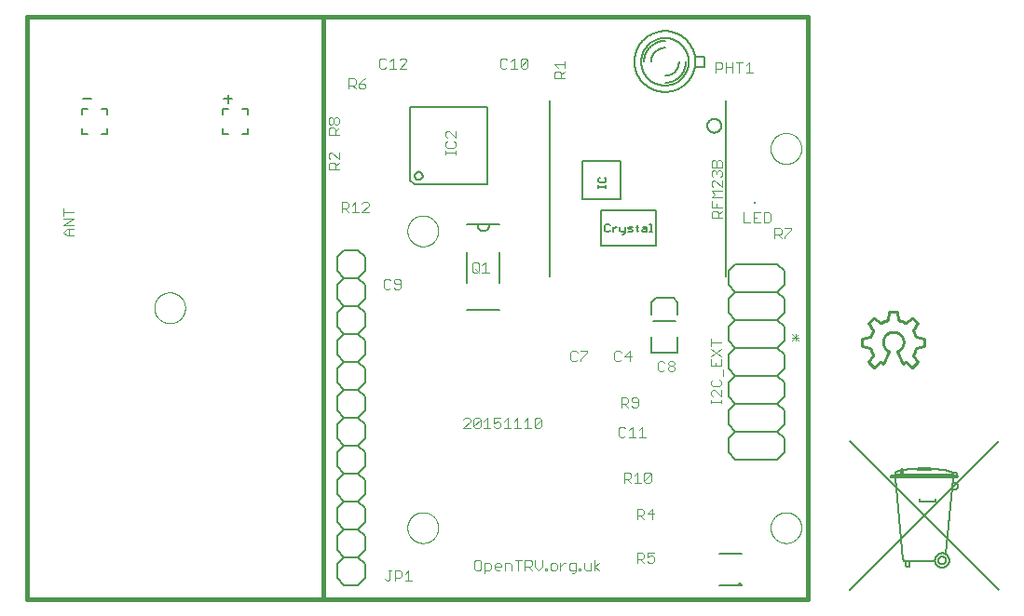
<source format=gto>
G75*
%MOIN*%
%OFA0B0*%
%FSLAX25Y25*%
%IPPOS*%
%LPD*%
%AMOC8*
5,1,8,0,0,1.08239X$1,22.5*
%
%ADD10C,0.00300*%
%ADD11C,0.01600*%
%ADD12C,0.00000*%
%ADD13C,0.00800*%
%ADD14C,0.00500*%
%ADD15C,0.00787*%
%ADD16C,0.01000*%
%ADD17R,0.00984X0.00984*%
%ADD18C,0.00600*%
D10*
X0129938Y0008920D02*
X0130544Y0008313D01*
X0131151Y0008313D01*
X0131758Y0008920D01*
X0131758Y0011953D01*
X0132364Y0011953D02*
X0131151Y0011953D01*
X0133563Y0011953D02*
X0135383Y0011953D01*
X0135989Y0011346D01*
X0135989Y0010133D01*
X0135383Y0009526D01*
X0133563Y0009526D01*
X0133563Y0008313D02*
X0133563Y0011953D01*
X0137188Y0010740D02*
X0138401Y0011953D01*
X0138401Y0008313D01*
X0137188Y0008313D02*
X0139615Y0008313D01*
X0161954Y0012834D02*
X0162561Y0012227D01*
X0163774Y0012227D01*
X0164381Y0012834D01*
X0164381Y0015261D01*
X0163774Y0015868D01*
X0162561Y0015868D01*
X0161954Y0015261D01*
X0161954Y0012834D01*
X0165580Y0012227D02*
X0167400Y0012227D01*
X0168006Y0012834D01*
X0168006Y0014047D01*
X0167400Y0014654D01*
X0165580Y0014654D01*
X0165580Y0011014D01*
X0169205Y0012834D02*
X0169205Y0014047D01*
X0169811Y0014654D01*
X0171025Y0014654D01*
X0171631Y0014047D01*
X0171631Y0013441D01*
X0169205Y0013441D01*
X0169205Y0012834D02*
X0169811Y0012227D01*
X0171025Y0012227D01*
X0172830Y0012227D02*
X0172830Y0014654D01*
X0174650Y0014654D01*
X0175257Y0014047D01*
X0175257Y0012227D01*
X0177668Y0012227D02*
X0177668Y0015868D01*
X0176455Y0015868D02*
X0178882Y0015868D01*
X0180080Y0015868D02*
X0181900Y0015868D01*
X0182507Y0015261D01*
X0182507Y0014047D01*
X0181900Y0013441D01*
X0180080Y0013441D01*
X0181293Y0013441D02*
X0182507Y0012227D01*
X0183705Y0013441D02*
X0184919Y0012227D01*
X0186132Y0013441D01*
X0186132Y0015868D01*
X0183705Y0015868D02*
X0183705Y0013441D01*
X0187330Y0012834D02*
X0187330Y0012227D01*
X0187937Y0012227D01*
X0187937Y0012834D01*
X0187330Y0012834D01*
X0189143Y0012834D02*
X0189750Y0012227D01*
X0190963Y0012227D01*
X0191570Y0012834D01*
X0191570Y0014047D01*
X0190963Y0014654D01*
X0189750Y0014654D01*
X0189143Y0014047D01*
X0189143Y0012834D01*
X0192768Y0012227D02*
X0192768Y0014654D01*
X0192768Y0013441D02*
X0193981Y0014654D01*
X0194588Y0014654D01*
X0195789Y0014047D02*
X0195789Y0012834D01*
X0196396Y0012227D01*
X0198216Y0012227D01*
X0198216Y0011621D02*
X0198216Y0014654D01*
X0196396Y0014654D01*
X0195789Y0014047D01*
X0197002Y0011014D02*
X0197609Y0011014D01*
X0198216Y0011621D01*
X0199414Y0012227D02*
X0200021Y0012227D01*
X0200021Y0012834D01*
X0199414Y0012834D01*
X0199414Y0012227D01*
X0201227Y0012834D02*
X0201833Y0012227D01*
X0203653Y0012227D01*
X0203653Y0014654D01*
X0204852Y0013441D02*
X0206672Y0014654D01*
X0204852Y0013441D02*
X0206672Y0012227D01*
X0204852Y0012227D02*
X0204852Y0015868D01*
X0201227Y0014654D02*
X0201227Y0012834D01*
X0220176Y0014830D02*
X0220176Y0018470D01*
X0221996Y0018470D01*
X0222603Y0017863D01*
X0222603Y0016650D01*
X0221996Y0016043D01*
X0220176Y0016043D01*
X0221390Y0016043D02*
X0222603Y0014830D01*
X0223801Y0015437D02*
X0224408Y0014830D01*
X0225621Y0014830D01*
X0226228Y0015437D01*
X0226228Y0016650D01*
X0225621Y0017257D01*
X0225015Y0017257D01*
X0223801Y0016650D01*
X0223801Y0018470D01*
X0226228Y0018470D01*
X0225621Y0030470D02*
X0225621Y0034110D01*
X0223801Y0032290D01*
X0226228Y0032290D01*
X0222603Y0032290D02*
X0221996Y0031684D01*
X0220176Y0031684D01*
X0221390Y0031684D02*
X0222603Y0030470D01*
X0222603Y0032290D02*
X0222603Y0033504D01*
X0221996Y0034110D01*
X0220176Y0034110D01*
X0220176Y0030470D01*
X0220335Y0043563D02*
X0220335Y0047203D01*
X0219122Y0045990D01*
X0217923Y0046597D02*
X0217923Y0045383D01*
X0217317Y0044777D01*
X0215497Y0044777D01*
X0216710Y0044777D02*
X0217923Y0043563D01*
X0219122Y0043563D02*
X0221548Y0043563D01*
X0222747Y0044170D02*
X0225174Y0046597D01*
X0225174Y0044170D01*
X0224567Y0043563D01*
X0223354Y0043563D01*
X0222747Y0044170D01*
X0222747Y0046597D01*
X0223354Y0047203D01*
X0224567Y0047203D01*
X0225174Y0046597D01*
X0217923Y0046597D02*
X0217317Y0047203D01*
X0215497Y0047203D01*
X0215497Y0043563D01*
X0215420Y0059888D02*
X0216026Y0060495D01*
X0215420Y0059888D02*
X0214206Y0059888D01*
X0213600Y0060495D01*
X0213600Y0062922D01*
X0214206Y0063528D01*
X0215420Y0063528D01*
X0216026Y0062922D01*
X0217225Y0062315D02*
X0218438Y0063528D01*
X0218438Y0059888D01*
X0217225Y0059888D02*
X0219651Y0059888D01*
X0220850Y0059888D02*
X0223277Y0059888D01*
X0222063Y0059888D02*
X0222063Y0063528D01*
X0220850Y0062315D01*
X0219958Y0070450D02*
X0220565Y0071057D01*
X0220565Y0073483D01*
X0219958Y0074090D01*
X0218745Y0074090D01*
X0218138Y0073483D01*
X0218138Y0072877D01*
X0218745Y0072270D01*
X0220565Y0072270D01*
X0219958Y0070450D02*
X0218745Y0070450D01*
X0218138Y0071057D01*
X0216940Y0070450D02*
X0215726Y0071663D01*
X0216333Y0071663D02*
X0214513Y0071663D01*
X0214513Y0070450D02*
X0214513Y0074090D01*
X0216333Y0074090D01*
X0216940Y0073483D01*
X0216940Y0072270D01*
X0216333Y0071663D01*
X0228223Y0083524D02*
X0227616Y0084130D01*
X0227616Y0086557D01*
X0228223Y0087164D01*
X0229436Y0087164D01*
X0230043Y0086557D01*
X0231241Y0086557D02*
X0231241Y0085950D01*
X0231848Y0085344D01*
X0233061Y0085344D01*
X0233668Y0084737D01*
X0233668Y0084130D01*
X0233061Y0083524D01*
X0231848Y0083524D01*
X0231241Y0084130D01*
X0231241Y0084737D01*
X0231848Y0085344D01*
X0233061Y0085344D02*
X0233668Y0085950D01*
X0233668Y0086557D01*
X0233061Y0087164D01*
X0231848Y0087164D01*
X0231241Y0086557D01*
X0230043Y0084130D02*
X0229436Y0083524D01*
X0228223Y0083524D01*
X0218131Y0088899D02*
X0215704Y0088899D01*
X0217524Y0090719D01*
X0217524Y0087079D01*
X0214506Y0087686D02*
X0213899Y0087079D01*
X0212686Y0087079D01*
X0212079Y0087686D01*
X0212079Y0090112D01*
X0212686Y0090719D01*
X0213899Y0090719D01*
X0214506Y0090112D01*
X0202429Y0090036D02*
X0200002Y0087610D01*
X0200002Y0087003D01*
X0198804Y0087610D02*
X0198197Y0087003D01*
X0196984Y0087003D01*
X0196377Y0087610D01*
X0196377Y0090036D01*
X0196984Y0090643D01*
X0198197Y0090643D01*
X0198804Y0090036D01*
X0200002Y0090643D02*
X0202429Y0090643D01*
X0202429Y0090036D01*
X0185267Y0066668D02*
X0185874Y0066061D01*
X0183447Y0063635D01*
X0184054Y0063028D01*
X0185267Y0063028D01*
X0185874Y0063635D01*
X0185874Y0066061D01*
X0185267Y0066668D02*
X0184054Y0066668D01*
X0183447Y0066061D01*
X0183447Y0063635D01*
X0182249Y0063028D02*
X0179822Y0063028D01*
X0178623Y0063028D02*
X0176197Y0063028D01*
X0174998Y0063028D02*
X0172572Y0063028D01*
X0173785Y0063028D02*
X0173785Y0066668D01*
X0172572Y0065455D01*
X0171373Y0064848D02*
X0171373Y0063635D01*
X0170766Y0063028D01*
X0169553Y0063028D01*
X0168946Y0063635D01*
X0168946Y0064848D02*
X0170160Y0065455D01*
X0170766Y0065455D01*
X0171373Y0064848D01*
X0171373Y0066668D02*
X0168946Y0066668D01*
X0168946Y0064848D01*
X0167748Y0063028D02*
X0165321Y0063028D01*
X0166535Y0063028D02*
X0166535Y0066668D01*
X0165321Y0065455D01*
X0164123Y0066061D02*
X0161696Y0063635D01*
X0162303Y0063028D01*
X0163516Y0063028D01*
X0164123Y0063635D01*
X0164123Y0066061D01*
X0163516Y0066668D01*
X0162303Y0066668D01*
X0161696Y0066061D01*
X0161696Y0063635D01*
X0160498Y0063028D02*
X0158071Y0063028D01*
X0160498Y0065455D01*
X0160498Y0066061D01*
X0159891Y0066668D01*
X0158678Y0066668D01*
X0158071Y0066061D01*
X0176197Y0065455D02*
X0177410Y0066668D01*
X0177410Y0063028D01*
X0179822Y0065455D02*
X0181035Y0066668D01*
X0181035Y0063028D01*
X0246573Y0071950D02*
X0246573Y0073163D01*
X0246573Y0072557D02*
X0250213Y0072557D01*
X0250213Y0073163D02*
X0250213Y0071950D01*
X0250213Y0074367D02*
X0247786Y0076793D01*
X0247180Y0076793D01*
X0246573Y0076187D01*
X0246573Y0074973D01*
X0247180Y0074367D01*
X0250213Y0074367D02*
X0250213Y0076793D01*
X0249606Y0077992D02*
X0250213Y0078599D01*
X0250213Y0079812D01*
X0249606Y0080419D01*
X0250820Y0081617D02*
X0250820Y0084044D01*
X0250213Y0085242D02*
X0246573Y0085242D01*
X0246573Y0087669D01*
X0246573Y0088867D02*
X0250213Y0091294D01*
X0250213Y0093706D02*
X0246573Y0093706D01*
X0246573Y0094919D02*
X0246573Y0092492D01*
X0246573Y0091294D02*
X0250213Y0088867D01*
X0250213Y0087669D02*
X0250213Y0085242D01*
X0248393Y0085242D02*
X0248393Y0086456D01*
X0247180Y0080419D02*
X0246573Y0079812D01*
X0246573Y0078599D01*
X0247180Y0077992D01*
X0249606Y0077992D01*
X0275602Y0094323D02*
X0278028Y0096750D01*
X0276815Y0096750D02*
X0276815Y0094323D01*
X0278028Y0094323D02*
X0275602Y0096750D01*
X0275602Y0095537D02*
X0278028Y0095537D01*
X0272992Y0131043D02*
X0272992Y0131650D01*
X0275419Y0134077D01*
X0275419Y0134683D01*
X0272992Y0134683D01*
X0271793Y0134077D02*
X0271793Y0132863D01*
X0271187Y0132257D01*
X0269367Y0132257D01*
X0270580Y0132257D02*
X0271793Y0131043D01*
X0269367Y0131043D02*
X0269367Y0134683D01*
X0271187Y0134683D01*
X0271793Y0134077D01*
X0267939Y0137313D02*
X0267939Y0139740D01*
X0267332Y0140346D01*
X0265512Y0140346D01*
X0265512Y0136706D01*
X0267332Y0136706D01*
X0267939Y0137313D01*
X0264314Y0136706D02*
X0261887Y0136706D01*
X0261887Y0140346D01*
X0264314Y0140346D01*
X0263100Y0138526D02*
X0261887Y0138526D01*
X0260689Y0136706D02*
X0258262Y0136706D01*
X0258262Y0140346D01*
X0250469Y0140854D02*
X0249256Y0139641D01*
X0249256Y0140248D02*
X0249256Y0138427D01*
X0250469Y0138427D02*
X0246829Y0138427D01*
X0246829Y0140248D01*
X0247435Y0140854D01*
X0248649Y0140854D01*
X0249256Y0140248D01*
X0248649Y0142053D02*
X0248649Y0143266D01*
X0250469Y0142053D02*
X0246829Y0142053D01*
X0246829Y0144479D01*
X0246829Y0145678D02*
X0248042Y0146891D01*
X0246829Y0148104D01*
X0250469Y0148104D01*
X0250469Y0149303D02*
X0248042Y0151730D01*
X0247435Y0151730D01*
X0246829Y0151123D01*
X0246829Y0149910D01*
X0247435Y0149303D01*
X0250469Y0149303D02*
X0250469Y0151730D01*
X0249862Y0152928D02*
X0250469Y0153535D01*
X0250469Y0154748D01*
X0249862Y0155355D01*
X0249256Y0155355D01*
X0248649Y0154748D01*
X0248649Y0154141D01*
X0248649Y0154748D02*
X0248042Y0155355D01*
X0247435Y0155355D01*
X0246829Y0154748D01*
X0246829Y0153535D01*
X0247435Y0152928D01*
X0246829Y0156553D02*
X0246829Y0158373D01*
X0247435Y0158980D01*
X0248042Y0158980D01*
X0248649Y0158373D01*
X0248649Y0156553D01*
X0250469Y0156553D02*
X0246829Y0156553D01*
X0248649Y0158373D02*
X0249256Y0158980D01*
X0249862Y0158980D01*
X0250469Y0158373D01*
X0250469Y0156553D01*
X0250469Y0145678D02*
X0246829Y0145678D01*
X0194213Y0188450D02*
X0190573Y0188450D01*
X0190573Y0190270D01*
X0191180Y0190877D01*
X0192393Y0190877D01*
X0193000Y0190270D01*
X0193000Y0188450D01*
X0193000Y0189663D02*
X0194213Y0190877D01*
X0194213Y0192075D02*
X0194213Y0194502D01*
X0194213Y0193288D02*
X0190573Y0193288D01*
X0191786Y0192075D01*
X0180944Y0192495D02*
X0180337Y0191888D01*
X0179123Y0191888D01*
X0178517Y0192495D01*
X0180944Y0194922D01*
X0180944Y0192495D01*
X0180944Y0194922D02*
X0180337Y0195528D01*
X0179123Y0195528D01*
X0178517Y0194922D01*
X0178517Y0192495D01*
X0177318Y0191888D02*
X0174892Y0191888D01*
X0176105Y0191888D02*
X0176105Y0195528D01*
X0174892Y0194315D01*
X0173693Y0194922D02*
X0173087Y0195528D01*
X0171873Y0195528D01*
X0171266Y0194922D01*
X0171266Y0192495D01*
X0171873Y0191888D01*
X0173087Y0191888D01*
X0173693Y0192495D01*
X0137674Y0191888D02*
X0135248Y0191888D01*
X0137674Y0194315D01*
X0137674Y0194922D01*
X0137068Y0195528D01*
X0135854Y0195528D01*
X0135248Y0194922D01*
X0132836Y0195528D02*
X0132836Y0191888D01*
X0134049Y0191888D02*
X0131622Y0191888D01*
X0130424Y0192495D02*
X0129817Y0191888D01*
X0128604Y0191888D01*
X0127997Y0192495D01*
X0127997Y0194922D01*
X0128604Y0195528D01*
X0129817Y0195528D01*
X0130424Y0194922D01*
X0131622Y0194315D02*
X0132836Y0195528D01*
X0123065Y0188267D02*
X0121851Y0187661D01*
X0120638Y0186447D01*
X0122458Y0186447D01*
X0123065Y0185841D01*
X0123065Y0185234D01*
X0122458Y0184627D01*
X0121245Y0184627D01*
X0120638Y0185234D01*
X0120638Y0186447D01*
X0119440Y0186447D02*
X0118833Y0185841D01*
X0117013Y0185841D01*
X0118226Y0185841D02*
X0119440Y0184627D01*
X0119440Y0186447D02*
X0119440Y0187661D01*
X0118833Y0188267D01*
X0117013Y0188267D01*
X0117013Y0184627D01*
X0112854Y0174252D02*
X0112248Y0174252D01*
X0111641Y0173645D01*
X0111641Y0172432D01*
X0111034Y0171825D01*
X0110428Y0171825D01*
X0109821Y0172432D01*
X0109821Y0173645D01*
X0110428Y0174252D01*
X0111034Y0174252D01*
X0111641Y0173645D01*
X0111641Y0172432D02*
X0112248Y0171825D01*
X0112854Y0171825D01*
X0113461Y0172432D01*
X0113461Y0173645D01*
X0112854Y0174252D01*
X0113461Y0170626D02*
X0112248Y0169413D01*
X0112248Y0170020D02*
X0112248Y0168200D01*
X0113461Y0168200D02*
X0109821Y0168200D01*
X0109821Y0170020D01*
X0110428Y0170626D01*
X0111641Y0170626D01*
X0112248Y0170020D01*
X0113461Y0161807D02*
X0113461Y0159380D01*
X0111034Y0161807D01*
X0110428Y0161807D01*
X0109821Y0161200D01*
X0109821Y0159987D01*
X0110428Y0159380D01*
X0110428Y0158182D02*
X0111641Y0158182D01*
X0112248Y0157575D01*
X0112248Y0155755D01*
X0113461Y0155755D02*
X0109821Y0155755D01*
X0109821Y0157575D01*
X0110428Y0158182D01*
X0112248Y0156969D02*
X0113461Y0158182D01*
X0114513Y0144090D02*
X0116333Y0144090D01*
X0116940Y0143483D01*
X0116940Y0142270D01*
X0116333Y0141663D01*
X0114513Y0141663D01*
X0114513Y0140450D02*
X0114513Y0144090D01*
X0115726Y0141663D02*
X0116940Y0140450D01*
X0118138Y0140450D02*
X0120565Y0140450D01*
X0121763Y0140450D02*
X0124190Y0142877D01*
X0124190Y0143483D01*
X0123583Y0144090D01*
X0122370Y0144090D01*
X0121763Y0143483D01*
X0119351Y0144090D02*
X0119351Y0140450D01*
X0121763Y0140450D02*
X0124190Y0140450D01*
X0119351Y0144090D02*
X0118138Y0142877D01*
X0151573Y0161050D02*
X0151573Y0162263D01*
X0151573Y0161657D02*
X0155213Y0161657D01*
X0155213Y0162263D02*
X0155213Y0161050D01*
X0154606Y0163467D02*
X0152180Y0163467D01*
X0151573Y0164073D01*
X0151573Y0165287D01*
X0152180Y0165893D01*
X0152180Y0167092D02*
X0151573Y0167699D01*
X0151573Y0168912D01*
X0152180Y0169519D01*
X0152786Y0169519D01*
X0155213Y0167092D01*
X0155213Y0169519D01*
X0154606Y0165893D02*
X0155213Y0165287D01*
X0155213Y0164073D01*
X0154606Y0163467D01*
X0161741Y0122538D02*
X0161134Y0121932D01*
X0161134Y0119505D01*
X0161741Y0118898D01*
X0162955Y0118898D01*
X0163561Y0119505D01*
X0163561Y0121932D01*
X0162955Y0122538D01*
X0161741Y0122538D01*
X0162348Y0120112D02*
X0163561Y0118898D01*
X0164760Y0118898D02*
X0167186Y0118898D01*
X0165973Y0118898D02*
X0165973Y0122538D01*
X0164760Y0121325D01*
X0135556Y0115917D02*
X0135556Y0113490D01*
X0134949Y0112884D01*
X0133736Y0112884D01*
X0133129Y0113490D01*
X0131931Y0113490D02*
X0131324Y0112884D01*
X0130110Y0112884D01*
X0129504Y0113490D01*
X0129504Y0115917D01*
X0130110Y0116524D01*
X0131324Y0116524D01*
X0131931Y0115917D01*
X0133129Y0115917D02*
X0133129Y0115310D01*
X0133736Y0114704D01*
X0135556Y0114704D01*
X0135556Y0115917D02*
X0134949Y0116524D01*
X0133736Y0116524D01*
X0133129Y0115917D01*
X0018737Y0131980D02*
X0016310Y0131980D01*
X0015097Y0133193D01*
X0016310Y0134407D01*
X0018737Y0134407D01*
X0018737Y0135605D02*
X0015097Y0135605D01*
X0018737Y0138032D01*
X0015097Y0138032D01*
X0015097Y0139230D02*
X0015097Y0141657D01*
X0015097Y0140444D02*
X0018737Y0140444D01*
X0016917Y0134407D02*
X0016917Y0131980D01*
X0180080Y0015868D02*
X0180080Y0012227D01*
X0248296Y0190513D02*
X0248296Y0194153D01*
X0250116Y0194153D01*
X0250723Y0193546D01*
X0250723Y0192333D01*
X0250116Y0191726D01*
X0248296Y0191726D01*
X0251921Y0192333D02*
X0254348Y0192333D01*
X0254348Y0194153D02*
X0254348Y0190513D01*
X0256760Y0190513D02*
X0256760Y0194153D01*
X0257973Y0194153D02*
X0255546Y0194153D01*
X0251921Y0194153D02*
X0251921Y0190513D01*
X0259171Y0190513D02*
X0261598Y0190513D01*
X0260385Y0190513D02*
X0260385Y0194153D01*
X0259171Y0192940D01*
D11*
X0108099Y0001800D02*
X0001800Y0001800D01*
X0001800Y0210461D01*
X0108099Y0210461D01*
X0108099Y0001800D01*
X0281328Y0001800D01*
X0281328Y0210461D01*
X0108099Y0210461D01*
D12*
X0138020Y0133690D02*
X0138022Y0133838D01*
X0138028Y0133986D01*
X0138038Y0134134D01*
X0138052Y0134281D01*
X0138070Y0134428D01*
X0138091Y0134574D01*
X0138117Y0134720D01*
X0138147Y0134865D01*
X0138180Y0135009D01*
X0138218Y0135152D01*
X0138259Y0135294D01*
X0138304Y0135435D01*
X0138352Y0135575D01*
X0138405Y0135714D01*
X0138461Y0135851D01*
X0138521Y0135986D01*
X0138584Y0136120D01*
X0138651Y0136252D01*
X0138722Y0136382D01*
X0138796Y0136510D01*
X0138873Y0136636D01*
X0138954Y0136760D01*
X0139038Y0136882D01*
X0139125Y0137001D01*
X0139216Y0137118D01*
X0139310Y0137233D01*
X0139406Y0137345D01*
X0139506Y0137455D01*
X0139608Y0137561D01*
X0139714Y0137665D01*
X0139822Y0137766D01*
X0139933Y0137864D01*
X0140046Y0137960D01*
X0140162Y0138052D01*
X0140280Y0138141D01*
X0140401Y0138226D01*
X0140524Y0138309D01*
X0140649Y0138388D01*
X0140776Y0138464D01*
X0140905Y0138536D01*
X0141036Y0138605D01*
X0141169Y0138670D01*
X0141304Y0138731D01*
X0141440Y0138789D01*
X0141577Y0138844D01*
X0141716Y0138894D01*
X0141857Y0138941D01*
X0141998Y0138984D01*
X0142141Y0139024D01*
X0142285Y0139059D01*
X0142429Y0139091D01*
X0142575Y0139118D01*
X0142721Y0139142D01*
X0142868Y0139162D01*
X0143015Y0139178D01*
X0143162Y0139190D01*
X0143310Y0139198D01*
X0143458Y0139202D01*
X0143606Y0139202D01*
X0143754Y0139198D01*
X0143902Y0139190D01*
X0144049Y0139178D01*
X0144196Y0139162D01*
X0144343Y0139142D01*
X0144489Y0139118D01*
X0144635Y0139091D01*
X0144779Y0139059D01*
X0144923Y0139024D01*
X0145066Y0138984D01*
X0145207Y0138941D01*
X0145348Y0138894D01*
X0145487Y0138844D01*
X0145624Y0138789D01*
X0145760Y0138731D01*
X0145895Y0138670D01*
X0146028Y0138605D01*
X0146159Y0138536D01*
X0146288Y0138464D01*
X0146415Y0138388D01*
X0146540Y0138309D01*
X0146663Y0138226D01*
X0146784Y0138141D01*
X0146902Y0138052D01*
X0147018Y0137960D01*
X0147131Y0137864D01*
X0147242Y0137766D01*
X0147350Y0137665D01*
X0147456Y0137561D01*
X0147558Y0137455D01*
X0147658Y0137345D01*
X0147754Y0137233D01*
X0147848Y0137118D01*
X0147939Y0137001D01*
X0148026Y0136882D01*
X0148110Y0136760D01*
X0148191Y0136636D01*
X0148268Y0136510D01*
X0148342Y0136382D01*
X0148413Y0136252D01*
X0148480Y0136120D01*
X0148543Y0135986D01*
X0148603Y0135851D01*
X0148659Y0135714D01*
X0148712Y0135575D01*
X0148760Y0135435D01*
X0148805Y0135294D01*
X0148846Y0135152D01*
X0148884Y0135009D01*
X0148917Y0134865D01*
X0148947Y0134720D01*
X0148973Y0134574D01*
X0148994Y0134428D01*
X0149012Y0134281D01*
X0149026Y0134134D01*
X0149036Y0133986D01*
X0149042Y0133838D01*
X0149044Y0133690D01*
X0149042Y0133542D01*
X0149036Y0133394D01*
X0149026Y0133246D01*
X0149012Y0133099D01*
X0148994Y0132952D01*
X0148973Y0132806D01*
X0148947Y0132660D01*
X0148917Y0132515D01*
X0148884Y0132371D01*
X0148846Y0132228D01*
X0148805Y0132086D01*
X0148760Y0131945D01*
X0148712Y0131805D01*
X0148659Y0131666D01*
X0148603Y0131529D01*
X0148543Y0131394D01*
X0148480Y0131260D01*
X0148413Y0131128D01*
X0148342Y0130998D01*
X0148268Y0130870D01*
X0148191Y0130744D01*
X0148110Y0130620D01*
X0148026Y0130498D01*
X0147939Y0130379D01*
X0147848Y0130262D01*
X0147754Y0130147D01*
X0147658Y0130035D01*
X0147558Y0129925D01*
X0147456Y0129819D01*
X0147350Y0129715D01*
X0147242Y0129614D01*
X0147131Y0129516D01*
X0147018Y0129420D01*
X0146902Y0129328D01*
X0146784Y0129239D01*
X0146663Y0129154D01*
X0146540Y0129071D01*
X0146415Y0128992D01*
X0146288Y0128916D01*
X0146159Y0128844D01*
X0146028Y0128775D01*
X0145895Y0128710D01*
X0145760Y0128649D01*
X0145624Y0128591D01*
X0145487Y0128536D01*
X0145348Y0128486D01*
X0145207Y0128439D01*
X0145066Y0128396D01*
X0144923Y0128356D01*
X0144779Y0128321D01*
X0144635Y0128289D01*
X0144489Y0128262D01*
X0144343Y0128238D01*
X0144196Y0128218D01*
X0144049Y0128202D01*
X0143902Y0128190D01*
X0143754Y0128182D01*
X0143606Y0128178D01*
X0143458Y0128178D01*
X0143310Y0128182D01*
X0143162Y0128190D01*
X0143015Y0128202D01*
X0142868Y0128218D01*
X0142721Y0128238D01*
X0142575Y0128262D01*
X0142429Y0128289D01*
X0142285Y0128321D01*
X0142141Y0128356D01*
X0141998Y0128396D01*
X0141857Y0128439D01*
X0141716Y0128486D01*
X0141577Y0128536D01*
X0141440Y0128591D01*
X0141304Y0128649D01*
X0141169Y0128710D01*
X0141036Y0128775D01*
X0140905Y0128844D01*
X0140776Y0128916D01*
X0140649Y0128992D01*
X0140524Y0129071D01*
X0140401Y0129154D01*
X0140280Y0129239D01*
X0140162Y0129328D01*
X0140046Y0129420D01*
X0139933Y0129516D01*
X0139822Y0129614D01*
X0139714Y0129715D01*
X0139608Y0129819D01*
X0139506Y0129925D01*
X0139406Y0130035D01*
X0139310Y0130147D01*
X0139216Y0130262D01*
X0139125Y0130379D01*
X0139038Y0130498D01*
X0138954Y0130620D01*
X0138873Y0130744D01*
X0138796Y0130870D01*
X0138722Y0130998D01*
X0138651Y0131128D01*
X0138584Y0131260D01*
X0138521Y0131394D01*
X0138461Y0131529D01*
X0138405Y0131666D01*
X0138352Y0131805D01*
X0138304Y0131945D01*
X0138259Y0132086D01*
X0138218Y0132228D01*
X0138180Y0132371D01*
X0138147Y0132515D01*
X0138117Y0132660D01*
X0138091Y0132806D01*
X0138070Y0132952D01*
X0138052Y0133099D01*
X0138038Y0133246D01*
X0138028Y0133394D01*
X0138022Y0133542D01*
X0138020Y0133690D01*
X0047469Y0106131D02*
X0047471Y0106279D01*
X0047477Y0106427D01*
X0047487Y0106575D01*
X0047501Y0106722D01*
X0047519Y0106869D01*
X0047540Y0107015D01*
X0047566Y0107161D01*
X0047596Y0107306D01*
X0047629Y0107450D01*
X0047667Y0107593D01*
X0047708Y0107735D01*
X0047753Y0107876D01*
X0047801Y0108016D01*
X0047854Y0108155D01*
X0047910Y0108292D01*
X0047970Y0108427D01*
X0048033Y0108561D01*
X0048100Y0108693D01*
X0048171Y0108823D01*
X0048245Y0108951D01*
X0048322Y0109077D01*
X0048403Y0109201D01*
X0048487Y0109323D01*
X0048574Y0109442D01*
X0048665Y0109559D01*
X0048759Y0109674D01*
X0048855Y0109786D01*
X0048955Y0109896D01*
X0049057Y0110002D01*
X0049163Y0110106D01*
X0049271Y0110207D01*
X0049382Y0110305D01*
X0049495Y0110401D01*
X0049611Y0110493D01*
X0049729Y0110582D01*
X0049850Y0110667D01*
X0049973Y0110750D01*
X0050098Y0110829D01*
X0050225Y0110905D01*
X0050354Y0110977D01*
X0050485Y0111046D01*
X0050618Y0111111D01*
X0050753Y0111172D01*
X0050889Y0111230D01*
X0051026Y0111285D01*
X0051165Y0111335D01*
X0051306Y0111382D01*
X0051447Y0111425D01*
X0051590Y0111465D01*
X0051734Y0111500D01*
X0051878Y0111532D01*
X0052024Y0111559D01*
X0052170Y0111583D01*
X0052317Y0111603D01*
X0052464Y0111619D01*
X0052611Y0111631D01*
X0052759Y0111639D01*
X0052907Y0111643D01*
X0053055Y0111643D01*
X0053203Y0111639D01*
X0053351Y0111631D01*
X0053498Y0111619D01*
X0053645Y0111603D01*
X0053792Y0111583D01*
X0053938Y0111559D01*
X0054084Y0111532D01*
X0054228Y0111500D01*
X0054372Y0111465D01*
X0054515Y0111425D01*
X0054656Y0111382D01*
X0054797Y0111335D01*
X0054936Y0111285D01*
X0055073Y0111230D01*
X0055209Y0111172D01*
X0055344Y0111111D01*
X0055477Y0111046D01*
X0055608Y0110977D01*
X0055737Y0110905D01*
X0055864Y0110829D01*
X0055989Y0110750D01*
X0056112Y0110667D01*
X0056233Y0110582D01*
X0056351Y0110493D01*
X0056467Y0110401D01*
X0056580Y0110305D01*
X0056691Y0110207D01*
X0056799Y0110106D01*
X0056905Y0110002D01*
X0057007Y0109896D01*
X0057107Y0109786D01*
X0057203Y0109674D01*
X0057297Y0109559D01*
X0057388Y0109442D01*
X0057475Y0109323D01*
X0057559Y0109201D01*
X0057640Y0109077D01*
X0057717Y0108951D01*
X0057791Y0108823D01*
X0057862Y0108693D01*
X0057929Y0108561D01*
X0057992Y0108427D01*
X0058052Y0108292D01*
X0058108Y0108155D01*
X0058161Y0108016D01*
X0058209Y0107876D01*
X0058254Y0107735D01*
X0058295Y0107593D01*
X0058333Y0107450D01*
X0058366Y0107306D01*
X0058396Y0107161D01*
X0058422Y0107015D01*
X0058443Y0106869D01*
X0058461Y0106722D01*
X0058475Y0106575D01*
X0058485Y0106427D01*
X0058491Y0106279D01*
X0058493Y0106131D01*
X0058491Y0105983D01*
X0058485Y0105835D01*
X0058475Y0105687D01*
X0058461Y0105540D01*
X0058443Y0105393D01*
X0058422Y0105247D01*
X0058396Y0105101D01*
X0058366Y0104956D01*
X0058333Y0104812D01*
X0058295Y0104669D01*
X0058254Y0104527D01*
X0058209Y0104386D01*
X0058161Y0104246D01*
X0058108Y0104107D01*
X0058052Y0103970D01*
X0057992Y0103835D01*
X0057929Y0103701D01*
X0057862Y0103569D01*
X0057791Y0103439D01*
X0057717Y0103311D01*
X0057640Y0103185D01*
X0057559Y0103061D01*
X0057475Y0102939D01*
X0057388Y0102820D01*
X0057297Y0102703D01*
X0057203Y0102588D01*
X0057107Y0102476D01*
X0057007Y0102366D01*
X0056905Y0102260D01*
X0056799Y0102156D01*
X0056691Y0102055D01*
X0056580Y0101957D01*
X0056467Y0101861D01*
X0056351Y0101769D01*
X0056233Y0101680D01*
X0056112Y0101595D01*
X0055989Y0101512D01*
X0055864Y0101433D01*
X0055737Y0101357D01*
X0055608Y0101285D01*
X0055477Y0101216D01*
X0055344Y0101151D01*
X0055209Y0101090D01*
X0055073Y0101032D01*
X0054936Y0100977D01*
X0054797Y0100927D01*
X0054656Y0100880D01*
X0054515Y0100837D01*
X0054372Y0100797D01*
X0054228Y0100762D01*
X0054084Y0100730D01*
X0053938Y0100703D01*
X0053792Y0100679D01*
X0053645Y0100659D01*
X0053498Y0100643D01*
X0053351Y0100631D01*
X0053203Y0100623D01*
X0053055Y0100619D01*
X0052907Y0100619D01*
X0052759Y0100623D01*
X0052611Y0100631D01*
X0052464Y0100643D01*
X0052317Y0100659D01*
X0052170Y0100679D01*
X0052024Y0100703D01*
X0051878Y0100730D01*
X0051734Y0100762D01*
X0051590Y0100797D01*
X0051447Y0100837D01*
X0051306Y0100880D01*
X0051165Y0100927D01*
X0051026Y0100977D01*
X0050889Y0101032D01*
X0050753Y0101090D01*
X0050618Y0101151D01*
X0050485Y0101216D01*
X0050354Y0101285D01*
X0050225Y0101357D01*
X0050098Y0101433D01*
X0049973Y0101512D01*
X0049850Y0101595D01*
X0049729Y0101680D01*
X0049611Y0101769D01*
X0049495Y0101861D01*
X0049382Y0101957D01*
X0049271Y0102055D01*
X0049163Y0102156D01*
X0049057Y0102260D01*
X0048955Y0102366D01*
X0048855Y0102476D01*
X0048759Y0102588D01*
X0048665Y0102703D01*
X0048574Y0102820D01*
X0048487Y0102939D01*
X0048403Y0103061D01*
X0048322Y0103185D01*
X0048245Y0103311D01*
X0048171Y0103439D01*
X0048100Y0103569D01*
X0048033Y0103701D01*
X0047970Y0103835D01*
X0047910Y0103970D01*
X0047854Y0104107D01*
X0047801Y0104246D01*
X0047753Y0104386D01*
X0047708Y0104527D01*
X0047667Y0104669D01*
X0047629Y0104812D01*
X0047596Y0104956D01*
X0047566Y0105101D01*
X0047540Y0105247D01*
X0047519Y0105393D01*
X0047501Y0105540D01*
X0047487Y0105687D01*
X0047477Y0105835D01*
X0047471Y0105983D01*
X0047469Y0106131D01*
X0138020Y0027391D02*
X0138022Y0027539D01*
X0138028Y0027687D01*
X0138038Y0027835D01*
X0138052Y0027982D01*
X0138070Y0028129D01*
X0138091Y0028275D01*
X0138117Y0028421D01*
X0138147Y0028566D01*
X0138180Y0028710D01*
X0138218Y0028853D01*
X0138259Y0028995D01*
X0138304Y0029136D01*
X0138352Y0029276D01*
X0138405Y0029415D01*
X0138461Y0029552D01*
X0138521Y0029687D01*
X0138584Y0029821D01*
X0138651Y0029953D01*
X0138722Y0030083D01*
X0138796Y0030211D01*
X0138873Y0030337D01*
X0138954Y0030461D01*
X0139038Y0030583D01*
X0139125Y0030702D01*
X0139216Y0030819D01*
X0139310Y0030934D01*
X0139406Y0031046D01*
X0139506Y0031156D01*
X0139608Y0031262D01*
X0139714Y0031366D01*
X0139822Y0031467D01*
X0139933Y0031565D01*
X0140046Y0031661D01*
X0140162Y0031753D01*
X0140280Y0031842D01*
X0140401Y0031927D01*
X0140524Y0032010D01*
X0140649Y0032089D01*
X0140776Y0032165D01*
X0140905Y0032237D01*
X0141036Y0032306D01*
X0141169Y0032371D01*
X0141304Y0032432D01*
X0141440Y0032490D01*
X0141577Y0032545D01*
X0141716Y0032595D01*
X0141857Y0032642D01*
X0141998Y0032685D01*
X0142141Y0032725D01*
X0142285Y0032760D01*
X0142429Y0032792D01*
X0142575Y0032819D01*
X0142721Y0032843D01*
X0142868Y0032863D01*
X0143015Y0032879D01*
X0143162Y0032891D01*
X0143310Y0032899D01*
X0143458Y0032903D01*
X0143606Y0032903D01*
X0143754Y0032899D01*
X0143902Y0032891D01*
X0144049Y0032879D01*
X0144196Y0032863D01*
X0144343Y0032843D01*
X0144489Y0032819D01*
X0144635Y0032792D01*
X0144779Y0032760D01*
X0144923Y0032725D01*
X0145066Y0032685D01*
X0145207Y0032642D01*
X0145348Y0032595D01*
X0145487Y0032545D01*
X0145624Y0032490D01*
X0145760Y0032432D01*
X0145895Y0032371D01*
X0146028Y0032306D01*
X0146159Y0032237D01*
X0146288Y0032165D01*
X0146415Y0032089D01*
X0146540Y0032010D01*
X0146663Y0031927D01*
X0146784Y0031842D01*
X0146902Y0031753D01*
X0147018Y0031661D01*
X0147131Y0031565D01*
X0147242Y0031467D01*
X0147350Y0031366D01*
X0147456Y0031262D01*
X0147558Y0031156D01*
X0147658Y0031046D01*
X0147754Y0030934D01*
X0147848Y0030819D01*
X0147939Y0030702D01*
X0148026Y0030583D01*
X0148110Y0030461D01*
X0148191Y0030337D01*
X0148268Y0030211D01*
X0148342Y0030083D01*
X0148413Y0029953D01*
X0148480Y0029821D01*
X0148543Y0029687D01*
X0148603Y0029552D01*
X0148659Y0029415D01*
X0148712Y0029276D01*
X0148760Y0029136D01*
X0148805Y0028995D01*
X0148846Y0028853D01*
X0148884Y0028710D01*
X0148917Y0028566D01*
X0148947Y0028421D01*
X0148973Y0028275D01*
X0148994Y0028129D01*
X0149012Y0027982D01*
X0149026Y0027835D01*
X0149036Y0027687D01*
X0149042Y0027539D01*
X0149044Y0027391D01*
X0149042Y0027243D01*
X0149036Y0027095D01*
X0149026Y0026947D01*
X0149012Y0026800D01*
X0148994Y0026653D01*
X0148973Y0026507D01*
X0148947Y0026361D01*
X0148917Y0026216D01*
X0148884Y0026072D01*
X0148846Y0025929D01*
X0148805Y0025787D01*
X0148760Y0025646D01*
X0148712Y0025506D01*
X0148659Y0025367D01*
X0148603Y0025230D01*
X0148543Y0025095D01*
X0148480Y0024961D01*
X0148413Y0024829D01*
X0148342Y0024699D01*
X0148268Y0024571D01*
X0148191Y0024445D01*
X0148110Y0024321D01*
X0148026Y0024199D01*
X0147939Y0024080D01*
X0147848Y0023963D01*
X0147754Y0023848D01*
X0147658Y0023736D01*
X0147558Y0023626D01*
X0147456Y0023520D01*
X0147350Y0023416D01*
X0147242Y0023315D01*
X0147131Y0023217D01*
X0147018Y0023121D01*
X0146902Y0023029D01*
X0146784Y0022940D01*
X0146663Y0022855D01*
X0146540Y0022772D01*
X0146415Y0022693D01*
X0146288Y0022617D01*
X0146159Y0022545D01*
X0146028Y0022476D01*
X0145895Y0022411D01*
X0145760Y0022350D01*
X0145624Y0022292D01*
X0145487Y0022237D01*
X0145348Y0022187D01*
X0145207Y0022140D01*
X0145066Y0022097D01*
X0144923Y0022057D01*
X0144779Y0022022D01*
X0144635Y0021990D01*
X0144489Y0021963D01*
X0144343Y0021939D01*
X0144196Y0021919D01*
X0144049Y0021903D01*
X0143902Y0021891D01*
X0143754Y0021883D01*
X0143606Y0021879D01*
X0143458Y0021879D01*
X0143310Y0021883D01*
X0143162Y0021891D01*
X0143015Y0021903D01*
X0142868Y0021919D01*
X0142721Y0021939D01*
X0142575Y0021963D01*
X0142429Y0021990D01*
X0142285Y0022022D01*
X0142141Y0022057D01*
X0141998Y0022097D01*
X0141857Y0022140D01*
X0141716Y0022187D01*
X0141577Y0022237D01*
X0141440Y0022292D01*
X0141304Y0022350D01*
X0141169Y0022411D01*
X0141036Y0022476D01*
X0140905Y0022545D01*
X0140776Y0022617D01*
X0140649Y0022693D01*
X0140524Y0022772D01*
X0140401Y0022855D01*
X0140280Y0022940D01*
X0140162Y0023029D01*
X0140046Y0023121D01*
X0139933Y0023217D01*
X0139822Y0023315D01*
X0139714Y0023416D01*
X0139608Y0023520D01*
X0139506Y0023626D01*
X0139406Y0023736D01*
X0139310Y0023848D01*
X0139216Y0023963D01*
X0139125Y0024080D01*
X0139038Y0024199D01*
X0138954Y0024321D01*
X0138873Y0024445D01*
X0138796Y0024571D01*
X0138722Y0024699D01*
X0138651Y0024829D01*
X0138584Y0024961D01*
X0138521Y0025095D01*
X0138461Y0025230D01*
X0138405Y0025367D01*
X0138352Y0025506D01*
X0138304Y0025646D01*
X0138259Y0025787D01*
X0138218Y0025929D01*
X0138180Y0026072D01*
X0138147Y0026216D01*
X0138117Y0026361D01*
X0138091Y0026507D01*
X0138070Y0026653D01*
X0138052Y0026800D01*
X0138038Y0026947D01*
X0138028Y0027095D01*
X0138022Y0027243D01*
X0138020Y0027391D01*
X0267942Y0027391D02*
X0267944Y0027539D01*
X0267950Y0027687D01*
X0267960Y0027835D01*
X0267974Y0027982D01*
X0267992Y0028129D01*
X0268013Y0028275D01*
X0268039Y0028421D01*
X0268069Y0028566D01*
X0268102Y0028710D01*
X0268140Y0028853D01*
X0268181Y0028995D01*
X0268226Y0029136D01*
X0268274Y0029276D01*
X0268327Y0029415D01*
X0268383Y0029552D01*
X0268443Y0029687D01*
X0268506Y0029821D01*
X0268573Y0029953D01*
X0268644Y0030083D01*
X0268718Y0030211D01*
X0268795Y0030337D01*
X0268876Y0030461D01*
X0268960Y0030583D01*
X0269047Y0030702D01*
X0269138Y0030819D01*
X0269232Y0030934D01*
X0269328Y0031046D01*
X0269428Y0031156D01*
X0269530Y0031262D01*
X0269636Y0031366D01*
X0269744Y0031467D01*
X0269855Y0031565D01*
X0269968Y0031661D01*
X0270084Y0031753D01*
X0270202Y0031842D01*
X0270323Y0031927D01*
X0270446Y0032010D01*
X0270571Y0032089D01*
X0270698Y0032165D01*
X0270827Y0032237D01*
X0270958Y0032306D01*
X0271091Y0032371D01*
X0271226Y0032432D01*
X0271362Y0032490D01*
X0271499Y0032545D01*
X0271638Y0032595D01*
X0271779Y0032642D01*
X0271920Y0032685D01*
X0272063Y0032725D01*
X0272207Y0032760D01*
X0272351Y0032792D01*
X0272497Y0032819D01*
X0272643Y0032843D01*
X0272790Y0032863D01*
X0272937Y0032879D01*
X0273084Y0032891D01*
X0273232Y0032899D01*
X0273380Y0032903D01*
X0273528Y0032903D01*
X0273676Y0032899D01*
X0273824Y0032891D01*
X0273971Y0032879D01*
X0274118Y0032863D01*
X0274265Y0032843D01*
X0274411Y0032819D01*
X0274557Y0032792D01*
X0274701Y0032760D01*
X0274845Y0032725D01*
X0274988Y0032685D01*
X0275129Y0032642D01*
X0275270Y0032595D01*
X0275409Y0032545D01*
X0275546Y0032490D01*
X0275682Y0032432D01*
X0275817Y0032371D01*
X0275950Y0032306D01*
X0276081Y0032237D01*
X0276210Y0032165D01*
X0276337Y0032089D01*
X0276462Y0032010D01*
X0276585Y0031927D01*
X0276706Y0031842D01*
X0276824Y0031753D01*
X0276940Y0031661D01*
X0277053Y0031565D01*
X0277164Y0031467D01*
X0277272Y0031366D01*
X0277378Y0031262D01*
X0277480Y0031156D01*
X0277580Y0031046D01*
X0277676Y0030934D01*
X0277770Y0030819D01*
X0277861Y0030702D01*
X0277948Y0030583D01*
X0278032Y0030461D01*
X0278113Y0030337D01*
X0278190Y0030211D01*
X0278264Y0030083D01*
X0278335Y0029953D01*
X0278402Y0029821D01*
X0278465Y0029687D01*
X0278525Y0029552D01*
X0278581Y0029415D01*
X0278634Y0029276D01*
X0278682Y0029136D01*
X0278727Y0028995D01*
X0278768Y0028853D01*
X0278806Y0028710D01*
X0278839Y0028566D01*
X0278869Y0028421D01*
X0278895Y0028275D01*
X0278916Y0028129D01*
X0278934Y0027982D01*
X0278948Y0027835D01*
X0278958Y0027687D01*
X0278964Y0027539D01*
X0278966Y0027391D01*
X0278964Y0027243D01*
X0278958Y0027095D01*
X0278948Y0026947D01*
X0278934Y0026800D01*
X0278916Y0026653D01*
X0278895Y0026507D01*
X0278869Y0026361D01*
X0278839Y0026216D01*
X0278806Y0026072D01*
X0278768Y0025929D01*
X0278727Y0025787D01*
X0278682Y0025646D01*
X0278634Y0025506D01*
X0278581Y0025367D01*
X0278525Y0025230D01*
X0278465Y0025095D01*
X0278402Y0024961D01*
X0278335Y0024829D01*
X0278264Y0024699D01*
X0278190Y0024571D01*
X0278113Y0024445D01*
X0278032Y0024321D01*
X0277948Y0024199D01*
X0277861Y0024080D01*
X0277770Y0023963D01*
X0277676Y0023848D01*
X0277580Y0023736D01*
X0277480Y0023626D01*
X0277378Y0023520D01*
X0277272Y0023416D01*
X0277164Y0023315D01*
X0277053Y0023217D01*
X0276940Y0023121D01*
X0276824Y0023029D01*
X0276706Y0022940D01*
X0276585Y0022855D01*
X0276462Y0022772D01*
X0276337Y0022693D01*
X0276210Y0022617D01*
X0276081Y0022545D01*
X0275950Y0022476D01*
X0275817Y0022411D01*
X0275682Y0022350D01*
X0275546Y0022292D01*
X0275409Y0022237D01*
X0275270Y0022187D01*
X0275129Y0022140D01*
X0274988Y0022097D01*
X0274845Y0022057D01*
X0274701Y0022022D01*
X0274557Y0021990D01*
X0274411Y0021963D01*
X0274265Y0021939D01*
X0274118Y0021919D01*
X0273971Y0021903D01*
X0273824Y0021891D01*
X0273676Y0021883D01*
X0273528Y0021879D01*
X0273380Y0021879D01*
X0273232Y0021883D01*
X0273084Y0021891D01*
X0272937Y0021903D01*
X0272790Y0021919D01*
X0272643Y0021939D01*
X0272497Y0021963D01*
X0272351Y0021990D01*
X0272207Y0022022D01*
X0272063Y0022057D01*
X0271920Y0022097D01*
X0271779Y0022140D01*
X0271638Y0022187D01*
X0271499Y0022237D01*
X0271362Y0022292D01*
X0271226Y0022350D01*
X0271091Y0022411D01*
X0270958Y0022476D01*
X0270827Y0022545D01*
X0270698Y0022617D01*
X0270571Y0022693D01*
X0270446Y0022772D01*
X0270323Y0022855D01*
X0270202Y0022940D01*
X0270084Y0023029D01*
X0269968Y0023121D01*
X0269855Y0023217D01*
X0269744Y0023315D01*
X0269636Y0023416D01*
X0269530Y0023520D01*
X0269428Y0023626D01*
X0269328Y0023736D01*
X0269232Y0023848D01*
X0269138Y0023963D01*
X0269047Y0024080D01*
X0268960Y0024199D01*
X0268876Y0024321D01*
X0268795Y0024445D01*
X0268718Y0024571D01*
X0268644Y0024699D01*
X0268573Y0024829D01*
X0268506Y0024961D01*
X0268443Y0025095D01*
X0268383Y0025230D01*
X0268327Y0025367D01*
X0268274Y0025506D01*
X0268226Y0025646D01*
X0268181Y0025787D01*
X0268140Y0025929D01*
X0268102Y0026072D01*
X0268069Y0026216D01*
X0268039Y0026361D01*
X0268013Y0026507D01*
X0267992Y0026653D01*
X0267974Y0026800D01*
X0267960Y0026947D01*
X0267950Y0027095D01*
X0267944Y0027243D01*
X0267942Y0027391D01*
X0267942Y0163217D02*
X0267944Y0163365D01*
X0267950Y0163513D01*
X0267960Y0163661D01*
X0267974Y0163808D01*
X0267992Y0163955D01*
X0268013Y0164101D01*
X0268039Y0164247D01*
X0268069Y0164392D01*
X0268102Y0164536D01*
X0268140Y0164679D01*
X0268181Y0164821D01*
X0268226Y0164962D01*
X0268274Y0165102D01*
X0268327Y0165241D01*
X0268383Y0165378D01*
X0268443Y0165513D01*
X0268506Y0165647D01*
X0268573Y0165779D01*
X0268644Y0165909D01*
X0268718Y0166037D01*
X0268795Y0166163D01*
X0268876Y0166287D01*
X0268960Y0166409D01*
X0269047Y0166528D01*
X0269138Y0166645D01*
X0269232Y0166760D01*
X0269328Y0166872D01*
X0269428Y0166982D01*
X0269530Y0167088D01*
X0269636Y0167192D01*
X0269744Y0167293D01*
X0269855Y0167391D01*
X0269968Y0167487D01*
X0270084Y0167579D01*
X0270202Y0167668D01*
X0270323Y0167753D01*
X0270446Y0167836D01*
X0270571Y0167915D01*
X0270698Y0167991D01*
X0270827Y0168063D01*
X0270958Y0168132D01*
X0271091Y0168197D01*
X0271226Y0168258D01*
X0271362Y0168316D01*
X0271499Y0168371D01*
X0271638Y0168421D01*
X0271779Y0168468D01*
X0271920Y0168511D01*
X0272063Y0168551D01*
X0272207Y0168586D01*
X0272351Y0168618D01*
X0272497Y0168645D01*
X0272643Y0168669D01*
X0272790Y0168689D01*
X0272937Y0168705D01*
X0273084Y0168717D01*
X0273232Y0168725D01*
X0273380Y0168729D01*
X0273528Y0168729D01*
X0273676Y0168725D01*
X0273824Y0168717D01*
X0273971Y0168705D01*
X0274118Y0168689D01*
X0274265Y0168669D01*
X0274411Y0168645D01*
X0274557Y0168618D01*
X0274701Y0168586D01*
X0274845Y0168551D01*
X0274988Y0168511D01*
X0275129Y0168468D01*
X0275270Y0168421D01*
X0275409Y0168371D01*
X0275546Y0168316D01*
X0275682Y0168258D01*
X0275817Y0168197D01*
X0275950Y0168132D01*
X0276081Y0168063D01*
X0276210Y0167991D01*
X0276337Y0167915D01*
X0276462Y0167836D01*
X0276585Y0167753D01*
X0276706Y0167668D01*
X0276824Y0167579D01*
X0276940Y0167487D01*
X0277053Y0167391D01*
X0277164Y0167293D01*
X0277272Y0167192D01*
X0277378Y0167088D01*
X0277480Y0166982D01*
X0277580Y0166872D01*
X0277676Y0166760D01*
X0277770Y0166645D01*
X0277861Y0166528D01*
X0277948Y0166409D01*
X0278032Y0166287D01*
X0278113Y0166163D01*
X0278190Y0166037D01*
X0278264Y0165909D01*
X0278335Y0165779D01*
X0278402Y0165647D01*
X0278465Y0165513D01*
X0278525Y0165378D01*
X0278581Y0165241D01*
X0278634Y0165102D01*
X0278682Y0164962D01*
X0278727Y0164821D01*
X0278768Y0164679D01*
X0278806Y0164536D01*
X0278839Y0164392D01*
X0278869Y0164247D01*
X0278895Y0164101D01*
X0278916Y0163955D01*
X0278934Y0163808D01*
X0278948Y0163661D01*
X0278958Y0163513D01*
X0278964Y0163365D01*
X0278966Y0163217D01*
X0278964Y0163069D01*
X0278958Y0162921D01*
X0278948Y0162773D01*
X0278934Y0162626D01*
X0278916Y0162479D01*
X0278895Y0162333D01*
X0278869Y0162187D01*
X0278839Y0162042D01*
X0278806Y0161898D01*
X0278768Y0161755D01*
X0278727Y0161613D01*
X0278682Y0161472D01*
X0278634Y0161332D01*
X0278581Y0161193D01*
X0278525Y0161056D01*
X0278465Y0160921D01*
X0278402Y0160787D01*
X0278335Y0160655D01*
X0278264Y0160525D01*
X0278190Y0160397D01*
X0278113Y0160271D01*
X0278032Y0160147D01*
X0277948Y0160025D01*
X0277861Y0159906D01*
X0277770Y0159789D01*
X0277676Y0159674D01*
X0277580Y0159562D01*
X0277480Y0159452D01*
X0277378Y0159346D01*
X0277272Y0159242D01*
X0277164Y0159141D01*
X0277053Y0159043D01*
X0276940Y0158947D01*
X0276824Y0158855D01*
X0276706Y0158766D01*
X0276585Y0158681D01*
X0276462Y0158598D01*
X0276337Y0158519D01*
X0276210Y0158443D01*
X0276081Y0158371D01*
X0275950Y0158302D01*
X0275817Y0158237D01*
X0275682Y0158176D01*
X0275546Y0158118D01*
X0275409Y0158063D01*
X0275270Y0158013D01*
X0275129Y0157966D01*
X0274988Y0157923D01*
X0274845Y0157883D01*
X0274701Y0157848D01*
X0274557Y0157816D01*
X0274411Y0157789D01*
X0274265Y0157765D01*
X0274118Y0157745D01*
X0273971Y0157729D01*
X0273824Y0157717D01*
X0273676Y0157709D01*
X0273528Y0157705D01*
X0273380Y0157705D01*
X0273232Y0157709D01*
X0273084Y0157717D01*
X0272937Y0157729D01*
X0272790Y0157745D01*
X0272643Y0157765D01*
X0272497Y0157789D01*
X0272351Y0157816D01*
X0272207Y0157848D01*
X0272063Y0157883D01*
X0271920Y0157923D01*
X0271779Y0157966D01*
X0271638Y0158013D01*
X0271499Y0158063D01*
X0271362Y0158118D01*
X0271226Y0158176D01*
X0271091Y0158237D01*
X0270958Y0158302D01*
X0270827Y0158371D01*
X0270698Y0158443D01*
X0270571Y0158519D01*
X0270446Y0158598D01*
X0270323Y0158681D01*
X0270202Y0158766D01*
X0270084Y0158855D01*
X0269968Y0158947D01*
X0269855Y0159043D01*
X0269744Y0159141D01*
X0269636Y0159242D01*
X0269530Y0159346D01*
X0269428Y0159452D01*
X0269328Y0159562D01*
X0269232Y0159674D01*
X0269138Y0159789D01*
X0269047Y0159906D01*
X0268960Y0160025D01*
X0268876Y0160147D01*
X0268795Y0160271D01*
X0268718Y0160397D01*
X0268644Y0160525D01*
X0268573Y0160655D01*
X0268506Y0160787D01*
X0268443Y0160921D01*
X0268383Y0161056D01*
X0268327Y0161193D01*
X0268274Y0161332D01*
X0268226Y0161472D01*
X0268181Y0161613D01*
X0268140Y0161755D01*
X0268102Y0161898D01*
X0268069Y0162042D01*
X0268039Y0162187D01*
X0268013Y0162333D01*
X0267992Y0162479D01*
X0267974Y0162626D01*
X0267960Y0162773D01*
X0267950Y0162921D01*
X0267944Y0163069D01*
X0267942Y0163217D01*
D13*
X0251800Y0180402D02*
X0251800Y0117410D01*
X0234742Y0108024D02*
X0233167Y0109599D01*
X0226868Y0109599D01*
X0225293Y0108024D01*
X0225293Y0103693D01*
X0234742Y0103693D02*
X0234742Y0108024D01*
X0234742Y0095819D02*
X0234742Y0089913D01*
X0225293Y0089913D01*
X0225293Y0095819D01*
X0188808Y0117410D02*
X0188808Y0180402D01*
X0200619Y0158749D02*
X0214398Y0158749D01*
X0214398Y0144969D01*
X0200619Y0144969D01*
X0200619Y0158749D01*
X0207115Y0141032D02*
X0207115Y0128434D01*
X0226800Y0128434D01*
X0226800Y0141032D01*
X0207115Y0141032D01*
X0171091Y0136052D02*
X0159280Y0136052D01*
X0163217Y0135658D02*
X0163219Y0135571D01*
X0163225Y0135484D01*
X0163234Y0135397D01*
X0163248Y0135311D01*
X0163265Y0135226D01*
X0163286Y0135141D01*
X0163311Y0135058D01*
X0163339Y0134975D01*
X0163371Y0134894D01*
X0163407Y0134815D01*
X0163446Y0134737D01*
X0163488Y0134661D01*
X0163534Y0134587D01*
X0163583Y0134515D01*
X0163635Y0134445D01*
X0163690Y0134378D01*
X0163748Y0134313D01*
X0163809Y0134250D01*
X0163873Y0134191D01*
X0163939Y0134134D01*
X0164008Y0134081D01*
X0164079Y0134030D01*
X0164152Y0133983D01*
X0164227Y0133938D01*
X0164304Y0133898D01*
X0164382Y0133860D01*
X0164463Y0133827D01*
X0164544Y0133796D01*
X0164627Y0133770D01*
X0164712Y0133747D01*
X0164797Y0133728D01*
X0164882Y0133713D01*
X0164969Y0133701D01*
X0165055Y0133693D01*
X0165142Y0133689D01*
X0165230Y0133689D01*
X0165317Y0133693D01*
X0165403Y0133701D01*
X0165490Y0133713D01*
X0165575Y0133728D01*
X0165660Y0133747D01*
X0165745Y0133770D01*
X0165828Y0133796D01*
X0165909Y0133827D01*
X0165990Y0133860D01*
X0166068Y0133898D01*
X0166145Y0133938D01*
X0166220Y0133983D01*
X0166293Y0134030D01*
X0166364Y0134081D01*
X0166433Y0134134D01*
X0166499Y0134191D01*
X0166563Y0134250D01*
X0166624Y0134313D01*
X0166682Y0134378D01*
X0166737Y0134445D01*
X0166789Y0134515D01*
X0166838Y0134587D01*
X0166884Y0134661D01*
X0166926Y0134737D01*
X0166965Y0134815D01*
X0167001Y0134894D01*
X0167033Y0134975D01*
X0167061Y0135058D01*
X0167086Y0135141D01*
X0167107Y0135226D01*
X0167124Y0135311D01*
X0167138Y0135397D01*
X0167147Y0135484D01*
X0167153Y0135571D01*
X0167155Y0135658D01*
X0171091Y0126209D02*
X0171091Y0115186D01*
X0159280Y0115186D02*
X0159280Y0126209D01*
X0159280Y0105343D02*
X0171091Y0105343D01*
D14*
X0208743Y0133850D02*
X0209185Y0133408D01*
X0210069Y0133408D01*
X0210511Y0133850D01*
X0211643Y0133408D02*
X0211643Y0135176D01*
X0211643Y0134292D02*
X0212527Y0135176D01*
X0212969Y0135176D01*
X0214060Y0135176D02*
X0214060Y0133850D01*
X0214502Y0133408D01*
X0215828Y0133408D01*
X0215828Y0132966D02*
X0215386Y0132524D01*
X0214944Y0132524D01*
X0215828Y0132966D02*
X0215828Y0135176D01*
X0216960Y0134734D02*
X0217402Y0135176D01*
X0218728Y0135176D01*
X0218286Y0134292D02*
X0217402Y0134292D01*
X0216960Y0134734D01*
X0216960Y0133408D02*
X0218286Y0133408D01*
X0218728Y0133850D01*
X0218286Y0134292D01*
X0219860Y0135176D02*
X0220744Y0135176D01*
X0220302Y0135618D02*
X0220302Y0133850D01*
X0220744Y0133408D01*
X0221793Y0133850D02*
X0222235Y0134292D01*
X0223561Y0134292D01*
X0223561Y0134734D02*
X0223561Y0133408D01*
X0222235Y0133408D01*
X0221793Y0133850D01*
X0222235Y0135176D02*
X0223119Y0135176D01*
X0223561Y0134734D01*
X0224694Y0133408D02*
X0225577Y0133408D01*
X0225135Y0133408D02*
X0225135Y0136060D01*
X0224694Y0136060D01*
X0210511Y0135618D02*
X0210069Y0136060D01*
X0209185Y0136060D01*
X0208743Y0135618D01*
X0208743Y0133850D01*
X0209030Y0149047D02*
X0209030Y0149931D01*
X0209030Y0149489D02*
X0206378Y0149489D01*
X0206378Y0149047D02*
X0206378Y0149931D01*
X0206820Y0150981D02*
X0208588Y0150981D01*
X0209030Y0151423D01*
X0209030Y0152307D01*
X0208588Y0152748D01*
X0206820Y0152748D02*
X0206378Y0152307D01*
X0206378Y0151423D01*
X0206820Y0150981D01*
X0245304Y0171406D02*
X0245306Y0171505D01*
X0245312Y0171605D01*
X0245322Y0171704D01*
X0245336Y0171802D01*
X0245353Y0171900D01*
X0245375Y0171997D01*
X0245400Y0172093D01*
X0245429Y0172188D01*
X0245462Y0172282D01*
X0245499Y0172374D01*
X0245539Y0172465D01*
X0245583Y0172554D01*
X0245631Y0172642D01*
X0245682Y0172727D01*
X0245736Y0172810D01*
X0245793Y0172892D01*
X0245854Y0172970D01*
X0245918Y0173047D01*
X0245984Y0173120D01*
X0246054Y0173191D01*
X0246126Y0173259D01*
X0246201Y0173325D01*
X0246279Y0173387D01*
X0246359Y0173446D01*
X0246441Y0173502D01*
X0246525Y0173554D01*
X0246612Y0173603D01*
X0246700Y0173649D01*
X0246790Y0173691D01*
X0246882Y0173730D01*
X0246975Y0173765D01*
X0247069Y0173796D01*
X0247165Y0173823D01*
X0247262Y0173846D01*
X0247359Y0173866D01*
X0247457Y0173882D01*
X0247556Y0173894D01*
X0247655Y0173902D01*
X0247754Y0173906D01*
X0247854Y0173906D01*
X0247953Y0173902D01*
X0248052Y0173894D01*
X0248151Y0173882D01*
X0248249Y0173866D01*
X0248346Y0173846D01*
X0248443Y0173823D01*
X0248539Y0173796D01*
X0248633Y0173765D01*
X0248726Y0173730D01*
X0248818Y0173691D01*
X0248908Y0173649D01*
X0248996Y0173603D01*
X0249083Y0173554D01*
X0249167Y0173502D01*
X0249249Y0173446D01*
X0249329Y0173387D01*
X0249407Y0173325D01*
X0249482Y0173259D01*
X0249554Y0173191D01*
X0249624Y0173120D01*
X0249690Y0173047D01*
X0249754Y0172970D01*
X0249815Y0172892D01*
X0249872Y0172810D01*
X0249926Y0172727D01*
X0249977Y0172642D01*
X0250025Y0172554D01*
X0250069Y0172465D01*
X0250109Y0172374D01*
X0250146Y0172282D01*
X0250179Y0172188D01*
X0250208Y0172093D01*
X0250233Y0171997D01*
X0250255Y0171900D01*
X0250272Y0171802D01*
X0250286Y0171704D01*
X0250296Y0171605D01*
X0250302Y0171505D01*
X0250304Y0171406D01*
X0250302Y0171307D01*
X0250296Y0171207D01*
X0250286Y0171108D01*
X0250272Y0171010D01*
X0250255Y0170912D01*
X0250233Y0170815D01*
X0250208Y0170719D01*
X0250179Y0170624D01*
X0250146Y0170530D01*
X0250109Y0170438D01*
X0250069Y0170347D01*
X0250025Y0170258D01*
X0249977Y0170170D01*
X0249926Y0170085D01*
X0249872Y0170002D01*
X0249815Y0169920D01*
X0249754Y0169842D01*
X0249690Y0169765D01*
X0249624Y0169692D01*
X0249554Y0169621D01*
X0249482Y0169553D01*
X0249407Y0169487D01*
X0249329Y0169425D01*
X0249249Y0169366D01*
X0249167Y0169310D01*
X0249083Y0169258D01*
X0248996Y0169209D01*
X0248908Y0169163D01*
X0248818Y0169121D01*
X0248726Y0169082D01*
X0248633Y0169047D01*
X0248539Y0169016D01*
X0248443Y0168989D01*
X0248346Y0168966D01*
X0248249Y0168946D01*
X0248151Y0168930D01*
X0248052Y0168918D01*
X0247953Y0168910D01*
X0247854Y0168906D01*
X0247754Y0168906D01*
X0247655Y0168910D01*
X0247556Y0168918D01*
X0247457Y0168930D01*
X0247359Y0168946D01*
X0247262Y0168966D01*
X0247165Y0168989D01*
X0247069Y0169016D01*
X0246975Y0169047D01*
X0246882Y0169082D01*
X0246790Y0169121D01*
X0246700Y0169163D01*
X0246612Y0169209D01*
X0246525Y0169258D01*
X0246441Y0169310D01*
X0246359Y0169366D01*
X0246279Y0169425D01*
X0246201Y0169487D01*
X0246126Y0169553D01*
X0246054Y0169621D01*
X0245984Y0169692D01*
X0245918Y0169765D01*
X0245854Y0169842D01*
X0245793Y0169920D01*
X0245736Y0170002D01*
X0245682Y0170085D01*
X0245631Y0170170D01*
X0245583Y0170258D01*
X0245539Y0170347D01*
X0245499Y0170438D01*
X0245462Y0170530D01*
X0245429Y0170624D01*
X0245400Y0170719D01*
X0245375Y0170815D01*
X0245353Y0170912D01*
X0245336Y0171010D01*
X0245322Y0171108D01*
X0245312Y0171207D01*
X0245306Y0171307D01*
X0245304Y0171406D01*
X0234017Y0101256D02*
X0226017Y0101256D01*
X0249674Y0018198D02*
X0257548Y0018198D01*
X0256667Y0007048D02*
X0256669Y0007087D01*
X0256675Y0007126D01*
X0256685Y0007164D01*
X0256698Y0007201D01*
X0256715Y0007236D01*
X0256735Y0007270D01*
X0256759Y0007301D01*
X0256786Y0007330D01*
X0256815Y0007356D01*
X0256847Y0007379D01*
X0256881Y0007399D01*
X0256917Y0007415D01*
X0256954Y0007427D01*
X0256993Y0007436D01*
X0257032Y0007441D01*
X0257071Y0007442D01*
X0257110Y0007439D01*
X0257149Y0007432D01*
X0257186Y0007421D01*
X0257223Y0007407D01*
X0257258Y0007389D01*
X0257291Y0007368D01*
X0257322Y0007343D01*
X0257350Y0007316D01*
X0257375Y0007286D01*
X0257397Y0007253D01*
X0257416Y0007219D01*
X0257431Y0007183D01*
X0257443Y0007145D01*
X0257451Y0007107D01*
X0257455Y0007068D01*
X0257455Y0007028D01*
X0257451Y0006989D01*
X0257443Y0006951D01*
X0257431Y0006913D01*
X0257416Y0006877D01*
X0257397Y0006843D01*
X0257375Y0006810D01*
X0257350Y0006780D01*
X0257322Y0006753D01*
X0257291Y0006728D01*
X0257258Y0006707D01*
X0257223Y0006689D01*
X0257186Y0006675D01*
X0257149Y0006664D01*
X0257110Y0006657D01*
X0257071Y0006654D01*
X0257032Y0006655D01*
X0256993Y0006660D01*
X0256954Y0006669D01*
X0256917Y0006681D01*
X0256881Y0006697D01*
X0256847Y0006717D01*
X0256815Y0006740D01*
X0256786Y0006766D01*
X0256759Y0006795D01*
X0256735Y0006826D01*
X0256715Y0006860D01*
X0256698Y0006895D01*
X0256685Y0006932D01*
X0256675Y0006970D01*
X0256669Y0007009D01*
X0256667Y0007048D01*
X0257548Y0006898D02*
X0249674Y0006898D01*
X0073854Y0179560D02*
X0073854Y0182563D01*
X0072353Y0181062D02*
X0075356Y0181062D01*
X0024962Y0181062D02*
X0021959Y0181062D01*
D15*
X0296347Y0058344D02*
X0349497Y0005194D01*
X0327942Y0015726D02*
X0327944Y0015800D01*
X0327950Y0015874D01*
X0327960Y0015947D01*
X0327974Y0016020D01*
X0327991Y0016092D01*
X0328013Y0016162D01*
X0328038Y0016232D01*
X0328067Y0016300D01*
X0328100Y0016366D01*
X0328136Y0016431D01*
X0328176Y0016493D01*
X0328218Y0016554D01*
X0328264Y0016612D01*
X0328313Y0016667D01*
X0328365Y0016720D01*
X0328420Y0016770D01*
X0328477Y0016816D01*
X0328537Y0016860D01*
X0328599Y0016900D01*
X0328663Y0016937D01*
X0328729Y0016971D01*
X0328797Y0017001D01*
X0328866Y0017027D01*
X0328937Y0017050D01*
X0329008Y0017068D01*
X0329081Y0017083D01*
X0329154Y0017094D01*
X0329228Y0017101D01*
X0329302Y0017104D01*
X0329375Y0017103D01*
X0329449Y0017098D01*
X0329523Y0017089D01*
X0329596Y0017076D01*
X0329668Y0017059D01*
X0329739Y0017039D01*
X0329809Y0017014D01*
X0329877Y0016986D01*
X0329944Y0016955D01*
X0330009Y0016919D01*
X0330072Y0016881D01*
X0330133Y0016839D01*
X0330192Y0016793D01*
X0330248Y0016745D01*
X0330301Y0016694D01*
X0330351Y0016640D01*
X0330399Y0016583D01*
X0330443Y0016524D01*
X0330485Y0016462D01*
X0330523Y0016399D01*
X0330557Y0016333D01*
X0330588Y0016266D01*
X0330615Y0016197D01*
X0330638Y0016127D01*
X0330658Y0016056D01*
X0330674Y0015983D01*
X0330686Y0015910D01*
X0330694Y0015837D01*
X0330698Y0015763D01*
X0330698Y0015689D01*
X0330694Y0015615D01*
X0330686Y0015542D01*
X0330674Y0015469D01*
X0330658Y0015396D01*
X0330638Y0015325D01*
X0330615Y0015255D01*
X0330588Y0015186D01*
X0330557Y0015119D01*
X0330523Y0015053D01*
X0330485Y0014990D01*
X0330443Y0014928D01*
X0330399Y0014869D01*
X0330351Y0014812D01*
X0330301Y0014758D01*
X0330248Y0014707D01*
X0330192Y0014659D01*
X0330133Y0014613D01*
X0330072Y0014571D01*
X0330009Y0014533D01*
X0329944Y0014497D01*
X0329877Y0014466D01*
X0329809Y0014438D01*
X0329739Y0014413D01*
X0329668Y0014393D01*
X0329596Y0014376D01*
X0329523Y0014363D01*
X0329449Y0014354D01*
X0329375Y0014349D01*
X0329302Y0014348D01*
X0329228Y0014351D01*
X0329154Y0014358D01*
X0329081Y0014369D01*
X0329008Y0014384D01*
X0328937Y0014402D01*
X0328866Y0014425D01*
X0328797Y0014451D01*
X0328729Y0014481D01*
X0328663Y0014515D01*
X0328599Y0014552D01*
X0328537Y0014592D01*
X0328477Y0014636D01*
X0328420Y0014682D01*
X0328365Y0014732D01*
X0328313Y0014785D01*
X0328264Y0014840D01*
X0328218Y0014898D01*
X0328176Y0014959D01*
X0328136Y0015021D01*
X0328100Y0015086D01*
X0328067Y0015152D01*
X0328038Y0015220D01*
X0328013Y0015290D01*
X0327991Y0015360D01*
X0327974Y0015432D01*
X0327960Y0015505D01*
X0327950Y0015578D01*
X0327944Y0015652D01*
X0327942Y0015726D01*
X0326662Y0015430D02*
X0316721Y0015332D01*
X0316426Y0015135D02*
X0316426Y0013856D01*
X0316428Y0013810D01*
X0316433Y0013764D01*
X0316442Y0013718D01*
X0316455Y0013673D01*
X0316471Y0013630D01*
X0316490Y0013588D01*
X0316513Y0013547D01*
X0316539Y0013509D01*
X0316568Y0013472D01*
X0316599Y0013438D01*
X0316633Y0013407D01*
X0316670Y0013378D01*
X0316708Y0013352D01*
X0316749Y0013329D01*
X0316791Y0013310D01*
X0316834Y0013294D01*
X0316879Y0013281D01*
X0316925Y0013272D01*
X0316971Y0013267D01*
X0317017Y0013265D01*
X0317213Y0013265D01*
X0317256Y0013267D01*
X0317298Y0013272D01*
X0317340Y0013282D01*
X0317381Y0013295D01*
X0317421Y0013311D01*
X0317459Y0013331D01*
X0317495Y0013354D01*
X0317529Y0013380D01*
X0317561Y0013409D01*
X0317590Y0013441D01*
X0317616Y0013475D01*
X0317639Y0013511D01*
X0317659Y0013549D01*
X0317675Y0013589D01*
X0317688Y0013630D01*
X0317698Y0013672D01*
X0317703Y0013714D01*
X0317705Y0013757D01*
X0317706Y0013757D02*
X0317706Y0015135D01*
X0316131Y0015430D02*
X0316074Y0015438D01*
X0316017Y0015449D01*
X0315962Y0015464D01*
X0315908Y0015482D01*
X0315855Y0015504D01*
X0315803Y0015530D01*
X0315753Y0015558D01*
X0315706Y0015590D01*
X0315660Y0015625D01*
X0315617Y0015663D01*
X0315576Y0015704D01*
X0315538Y0015747D01*
X0315503Y0015793D01*
X0315471Y0015840D01*
X0315443Y0015890D01*
X0315417Y0015942D01*
X0315395Y0015995D01*
X0315377Y0016049D01*
X0315362Y0016104D01*
X0315351Y0016161D01*
X0315343Y0016218D01*
X0312489Y0045155D01*
X0312686Y0045253D02*
X0311111Y0045253D01*
X0311085Y0045255D01*
X0311060Y0045260D01*
X0311036Y0045268D01*
X0311013Y0045279D01*
X0310991Y0045294D01*
X0310972Y0045311D01*
X0310955Y0045330D01*
X0310940Y0045352D01*
X0310929Y0045375D01*
X0310921Y0045399D01*
X0310916Y0045424D01*
X0310914Y0045450D01*
X0310914Y0045745D01*
X0310914Y0045942D01*
X0310916Y0045975D01*
X0310921Y0046008D01*
X0310931Y0046039D01*
X0310943Y0046070D01*
X0310959Y0046099D01*
X0310978Y0046126D01*
X0311000Y0046151D01*
X0311025Y0046173D01*
X0311052Y0046192D01*
X0311081Y0046208D01*
X0311112Y0046220D01*
X0311143Y0046230D01*
X0311176Y0046235D01*
X0311209Y0046237D01*
X0311308Y0046237D01*
X0311406Y0046237D01*
X0334831Y0046237D01*
X0334831Y0046139D01*
X0334832Y0046139D02*
X0334830Y0046081D01*
X0334824Y0046023D01*
X0334815Y0045966D01*
X0334802Y0045910D01*
X0334785Y0045854D01*
X0334765Y0045800D01*
X0334741Y0045747D01*
X0334713Y0045696D01*
X0334683Y0045647D01*
X0334649Y0045600D01*
X0334612Y0045555D01*
X0334572Y0045513D01*
X0334530Y0045473D01*
X0334485Y0045436D01*
X0334438Y0045402D01*
X0334389Y0045372D01*
X0334338Y0045344D01*
X0334285Y0045320D01*
X0334231Y0045300D01*
X0334175Y0045283D01*
X0334119Y0045270D01*
X0334062Y0045261D01*
X0334004Y0045255D01*
X0333946Y0045253D01*
X0329221Y0045253D01*
X0321150Y0045253D01*
X0312686Y0045253D01*
X0312587Y0046533D02*
X0332961Y0046533D01*
X0333256Y0046533D02*
X0333267Y0046576D01*
X0333275Y0046619D01*
X0333279Y0046663D01*
X0333280Y0046708D01*
X0333277Y0046752D01*
X0333270Y0046795D01*
X0333259Y0046838D01*
X0333245Y0046880D01*
X0333228Y0046921D01*
X0333207Y0046960D01*
X0333183Y0046997D01*
X0333156Y0047033D01*
X0333126Y0047065D01*
X0333094Y0047096D01*
X0333059Y0047123D01*
X0332765Y0046237D02*
X0332767Y0046299D01*
X0332773Y0046362D01*
X0332783Y0046423D01*
X0332797Y0046484D01*
X0332814Y0046544D01*
X0332835Y0046603D01*
X0332861Y0046660D01*
X0332889Y0046715D01*
X0332921Y0046769D01*
X0332957Y0046820D01*
X0332995Y0046870D01*
X0333037Y0046916D01*
X0333081Y0046960D01*
X0333129Y0047001D01*
X0333178Y0047039D01*
X0333230Y0047073D01*
X0333284Y0047104D01*
X0333340Y0047132D01*
X0333398Y0047156D01*
X0333457Y0047177D01*
X0333517Y0047193D01*
X0333578Y0047206D01*
X0333640Y0047215D01*
X0333702Y0047220D01*
X0333765Y0047221D01*
X0333827Y0047218D01*
X0333889Y0047211D01*
X0333951Y0047200D01*
X0334011Y0047185D01*
X0334071Y0047167D01*
X0334129Y0047145D01*
X0334186Y0047119D01*
X0334241Y0047089D01*
X0334294Y0047056D01*
X0334345Y0047020D01*
X0334393Y0046981D01*
X0334439Y0046938D01*
X0334482Y0046893D01*
X0334522Y0046845D01*
X0334559Y0046795D01*
X0334593Y0046742D01*
X0334624Y0046688D01*
X0334650Y0046632D01*
X0334674Y0046574D01*
X0334693Y0046514D01*
X0334709Y0046454D01*
X0334721Y0046392D01*
X0334729Y0046331D01*
X0334733Y0046268D01*
X0334733Y0046206D01*
X0334729Y0046143D01*
X0334721Y0046082D01*
X0334709Y0046020D01*
X0334693Y0045960D01*
X0334674Y0045900D01*
X0334650Y0045842D01*
X0334624Y0045786D01*
X0334593Y0045732D01*
X0334559Y0045679D01*
X0334522Y0045629D01*
X0334482Y0045581D01*
X0334439Y0045536D01*
X0334393Y0045493D01*
X0334345Y0045454D01*
X0334294Y0045418D01*
X0334241Y0045385D01*
X0334186Y0045355D01*
X0334129Y0045329D01*
X0334071Y0045307D01*
X0334011Y0045289D01*
X0333951Y0045274D01*
X0333889Y0045263D01*
X0333827Y0045256D01*
X0333765Y0045253D01*
X0333702Y0045254D01*
X0333640Y0045259D01*
X0333578Y0045268D01*
X0333517Y0045281D01*
X0333457Y0045297D01*
X0333398Y0045318D01*
X0333340Y0045342D01*
X0333284Y0045370D01*
X0333230Y0045401D01*
X0333178Y0045435D01*
X0333129Y0045473D01*
X0333081Y0045514D01*
X0333037Y0045558D01*
X0332995Y0045604D01*
X0332957Y0045654D01*
X0332921Y0045705D01*
X0332889Y0045759D01*
X0332861Y0045814D01*
X0332835Y0045871D01*
X0332814Y0045930D01*
X0332797Y0045990D01*
X0332783Y0046051D01*
X0332773Y0046112D01*
X0332767Y0046175D01*
X0332765Y0046237D01*
X0333061Y0047124D02*
X0332992Y0047171D01*
X0332922Y0047215D01*
X0332851Y0047257D01*
X0332777Y0047295D01*
X0332702Y0047331D01*
X0332626Y0047363D01*
X0332549Y0047393D01*
X0332470Y0047419D01*
X0333355Y0045155D02*
X0330599Y0017989D01*
X0326761Y0015726D02*
X0326763Y0015827D01*
X0326769Y0015928D01*
X0326779Y0016029D01*
X0326793Y0016129D01*
X0326811Y0016228D01*
X0326833Y0016327D01*
X0326858Y0016425D01*
X0326888Y0016522D01*
X0326921Y0016617D01*
X0326958Y0016711D01*
X0326999Y0016804D01*
X0327043Y0016895D01*
X0327091Y0016984D01*
X0327143Y0017071D01*
X0327198Y0017156D01*
X0327256Y0017238D01*
X0327317Y0017319D01*
X0327382Y0017397D01*
X0327449Y0017472D01*
X0327519Y0017544D01*
X0327593Y0017614D01*
X0327669Y0017681D01*
X0327747Y0017745D01*
X0327828Y0017805D01*
X0327911Y0017862D01*
X0327997Y0017916D01*
X0328085Y0017967D01*
X0328174Y0018014D01*
X0328265Y0018058D01*
X0328358Y0018097D01*
X0328453Y0018134D01*
X0328548Y0018166D01*
X0328645Y0018195D01*
X0328744Y0018219D01*
X0328842Y0018240D01*
X0328942Y0018257D01*
X0329042Y0018270D01*
X0329143Y0018279D01*
X0329244Y0018284D01*
X0329345Y0018285D01*
X0329446Y0018282D01*
X0329547Y0018275D01*
X0329648Y0018264D01*
X0329748Y0018249D01*
X0329847Y0018230D01*
X0329946Y0018207D01*
X0330043Y0018181D01*
X0330140Y0018150D01*
X0330235Y0018116D01*
X0330328Y0018078D01*
X0330421Y0018036D01*
X0330511Y0017991D01*
X0330600Y0017942D01*
X0330686Y0017890D01*
X0330770Y0017834D01*
X0330853Y0017775D01*
X0330932Y0017713D01*
X0331010Y0017648D01*
X0331084Y0017580D01*
X0331156Y0017508D01*
X0331225Y0017435D01*
X0331291Y0017358D01*
X0331354Y0017279D01*
X0331414Y0017197D01*
X0331470Y0017113D01*
X0331523Y0017027D01*
X0331573Y0016939D01*
X0331619Y0016849D01*
X0331662Y0016758D01*
X0331701Y0016664D01*
X0331736Y0016569D01*
X0331767Y0016473D01*
X0331795Y0016376D01*
X0331819Y0016278D01*
X0331839Y0016179D01*
X0331855Y0016079D01*
X0331867Y0015978D01*
X0331875Y0015878D01*
X0331879Y0015777D01*
X0331879Y0015675D01*
X0331875Y0015574D01*
X0331867Y0015474D01*
X0331855Y0015373D01*
X0331839Y0015273D01*
X0331819Y0015174D01*
X0331795Y0015076D01*
X0331767Y0014979D01*
X0331736Y0014883D01*
X0331701Y0014788D01*
X0331662Y0014694D01*
X0331619Y0014603D01*
X0331573Y0014513D01*
X0331523Y0014425D01*
X0331470Y0014339D01*
X0331414Y0014255D01*
X0331354Y0014173D01*
X0331291Y0014094D01*
X0331225Y0014017D01*
X0331156Y0013944D01*
X0331084Y0013872D01*
X0331010Y0013804D01*
X0330932Y0013739D01*
X0330853Y0013677D01*
X0330770Y0013618D01*
X0330686Y0013562D01*
X0330599Y0013510D01*
X0330511Y0013461D01*
X0330421Y0013416D01*
X0330328Y0013374D01*
X0330235Y0013336D01*
X0330140Y0013302D01*
X0330043Y0013271D01*
X0329946Y0013245D01*
X0329847Y0013222D01*
X0329748Y0013203D01*
X0329648Y0013188D01*
X0329547Y0013177D01*
X0329446Y0013170D01*
X0329345Y0013167D01*
X0329244Y0013168D01*
X0329143Y0013173D01*
X0329042Y0013182D01*
X0328942Y0013195D01*
X0328842Y0013212D01*
X0328744Y0013233D01*
X0328645Y0013257D01*
X0328548Y0013286D01*
X0328453Y0013318D01*
X0328358Y0013355D01*
X0328265Y0013394D01*
X0328174Y0013438D01*
X0328085Y0013485D01*
X0327997Y0013536D01*
X0327911Y0013590D01*
X0327828Y0013647D01*
X0327747Y0013707D01*
X0327669Y0013771D01*
X0327593Y0013838D01*
X0327519Y0013908D01*
X0327449Y0013980D01*
X0327382Y0014055D01*
X0327317Y0014133D01*
X0327256Y0014214D01*
X0327198Y0014296D01*
X0327143Y0014381D01*
X0327091Y0014468D01*
X0327043Y0014557D01*
X0326999Y0014648D01*
X0326958Y0014741D01*
X0326921Y0014835D01*
X0326888Y0014930D01*
X0326858Y0015027D01*
X0326833Y0015125D01*
X0326811Y0015224D01*
X0326793Y0015323D01*
X0326779Y0015423D01*
X0326769Y0015524D01*
X0326763Y0015625D01*
X0326761Y0015726D01*
X0330500Y0047911D02*
X0329963Y0048007D01*
X0329424Y0048091D01*
X0328883Y0048163D01*
X0328341Y0048223D01*
X0327797Y0048270D01*
X0327252Y0048305D01*
X0327253Y0048304D02*
X0325383Y0048403D01*
X0325284Y0048698D02*
X0325284Y0047911D01*
X0320757Y0047911D01*
X0320757Y0048698D01*
X0325284Y0048698D01*
X0320757Y0048403D02*
X0320265Y0048403D01*
X0314655Y0048304D02*
X0314647Y0048206D01*
X0314642Y0048108D01*
X0314640Y0048009D01*
X0314642Y0047910D01*
X0314647Y0047812D01*
X0314655Y0047714D01*
X0314654Y0047714D02*
X0314753Y0046730D01*
X0312981Y0047518D02*
X0312930Y0047492D01*
X0312881Y0047464D01*
X0312834Y0047432D01*
X0312790Y0047397D01*
X0312747Y0047360D01*
X0312707Y0047320D01*
X0312670Y0047277D01*
X0312635Y0047232D01*
X0312604Y0047185D01*
X0312575Y0047137D01*
X0312550Y0047086D01*
X0312528Y0047034D01*
X0312509Y0046980D01*
X0312494Y0046926D01*
X0312482Y0046870D01*
X0312474Y0046814D01*
X0312470Y0046758D01*
X0312469Y0046701D01*
X0312472Y0046645D01*
X0312478Y0046589D01*
X0312488Y0046533D01*
X0311406Y0046237D02*
X0311308Y0046237D01*
X0315146Y0046828D02*
X0315161Y0046991D01*
X0315172Y0047155D01*
X0315179Y0047320D01*
X0315183Y0047484D01*
X0315183Y0047648D01*
X0315179Y0047812D01*
X0315172Y0047977D01*
X0315161Y0048141D01*
X0315146Y0048304D01*
X0315146Y0048305D02*
X0315141Y0048335D01*
X0315132Y0048364D01*
X0315120Y0048391D01*
X0315105Y0048418D01*
X0315087Y0048442D01*
X0315066Y0048463D01*
X0315042Y0048482D01*
X0315016Y0048498D01*
X0314989Y0048510D01*
X0314960Y0048520D01*
X0314930Y0048525D01*
X0314900Y0048527D01*
X0314870Y0048525D01*
X0314840Y0048520D01*
X0314811Y0048510D01*
X0314784Y0048498D01*
X0314758Y0048482D01*
X0314734Y0048463D01*
X0314713Y0048442D01*
X0314695Y0048418D01*
X0314680Y0048391D01*
X0314668Y0048364D01*
X0314659Y0048335D01*
X0314654Y0048305D01*
X0314163Y0047910D02*
X0314027Y0047880D01*
X0313893Y0047846D01*
X0313760Y0047809D01*
X0313627Y0047768D01*
X0313496Y0047724D01*
X0313365Y0047677D01*
X0313236Y0047627D01*
X0313108Y0047573D01*
X0312982Y0047517D01*
X0321249Y0037773D02*
X0321249Y0037478D01*
X0321249Y0037182D01*
X0321248Y0037182D02*
X0321250Y0037136D01*
X0321255Y0037090D01*
X0321264Y0037044D01*
X0321277Y0036999D01*
X0321293Y0036956D01*
X0321312Y0036914D01*
X0321335Y0036873D01*
X0321361Y0036835D01*
X0321390Y0036798D01*
X0321421Y0036764D01*
X0321455Y0036733D01*
X0321492Y0036704D01*
X0321530Y0036678D01*
X0321571Y0036655D01*
X0321613Y0036636D01*
X0321656Y0036620D01*
X0321701Y0036607D01*
X0321747Y0036598D01*
X0321793Y0036593D01*
X0321839Y0036591D01*
X0321839Y0036592D02*
X0326465Y0036592D01*
X0326504Y0036594D01*
X0326542Y0036600D01*
X0326579Y0036609D01*
X0326616Y0036622D01*
X0326651Y0036639D01*
X0326684Y0036658D01*
X0326715Y0036681D01*
X0326744Y0036707D01*
X0326770Y0036736D01*
X0326793Y0036767D01*
X0326812Y0036800D01*
X0326829Y0036835D01*
X0326842Y0036872D01*
X0326851Y0036909D01*
X0326857Y0036947D01*
X0326859Y0036986D01*
X0326859Y0037674D01*
X0333158Y0041021D02*
X0333847Y0041021D01*
X0333909Y0041023D01*
X0333970Y0041029D01*
X0334031Y0041038D01*
X0334092Y0041052D01*
X0334151Y0041069D01*
X0334209Y0041090D01*
X0334266Y0041115D01*
X0334321Y0041143D01*
X0334374Y0041174D01*
X0334425Y0041209D01*
X0334474Y0041247D01*
X0334521Y0041288D01*
X0334564Y0041331D01*
X0334605Y0041378D01*
X0334643Y0041427D01*
X0334678Y0041478D01*
X0334709Y0041531D01*
X0334737Y0041586D01*
X0334762Y0041643D01*
X0334783Y0041701D01*
X0334800Y0041760D01*
X0334814Y0041821D01*
X0334823Y0041882D01*
X0334829Y0041943D01*
X0334831Y0042005D01*
X0334831Y0042596D01*
X0334832Y0042596D02*
X0334830Y0042655D01*
X0334824Y0042714D01*
X0334815Y0042773D01*
X0334801Y0042830D01*
X0334784Y0042887D01*
X0334763Y0042943D01*
X0334738Y0042996D01*
X0334710Y0043049D01*
X0334679Y0043099D01*
X0334645Y0043147D01*
X0334607Y0043193D01*
X0334566Y0043236D01*
X0334523Y0043277D01*
X0334477Y0043314D01*
X0334429Y0043348D01*
X0334379Y0043380D01*
X0334326Y0043408D01*
X0334272Y0043432D01*
X0334217Y0043453D01*
X0334160Y0043470D01*
X0334102Y0043483D01*
X0334044Y0043493D01*
X0333985Y0043498D01*
X0333926Y0043500D01*
X0333866Y0043498D01*
X0333807Y0043492D01*
X0333749Y0043482D01*
X0333693Y0043472D01*
X0333637Y0043466D01*
X0333580Y0043462D01*
X0333524Y0043462D01*
X0333467Y0043466D01*
X0333411Y0043472D01*
X0333355Y0043482D01*
X0315343Y0048107D02*
X0315046Y0048068D01*
X0314750Y0048022D01*
X0314455Y0047970D01*
X0314162Y0047910D01*
X0330501Y0047911D02*
X0330899Y0047830D01*
X0331295Y0047741D01*
X0331689Y0047642D01*
X0332080Y0047535D01*
X0332470Y0047419D01*
X0349694Y0058541D02*
X0296150Y0004997D01*
X0316130Y0015430D02*
X0316250Y0015417D01*
X0316368Y0015400D01*
X0316486Y0015381D01*
X0316604Y0015358D01*
X0316721Y0015332D01*
X0315344Y0048108D02*
X0316325Y0048214D01*
X0317308Y0048297D01*
X0318293Y0048356D01*
X0319278Y0048391D01*
X0320265Y0048403D01*
D16*
X0318735Y0084895D02*
X0316335Y0086595D01*
X0315335Y0085995D01*
X0313435Y0090495D01*
X0318936Y0089190D02*
X0319032Y0089356D01*
X0319125Y0089523D01*
X0319213Y0089693D01*
X0319297Y0089865D01*
X0319377Y0090038D01*
X0319453Y0090214D01*
X0319525Y0090391D01*
X0319592Y0090570D01*
X0319656Y0090751D01*
X0319715Y0090933D01*
X0319769Y0091116D01*
X0319820Y0091301D01*
X0319866Y0091486D01*
X0319907Y0091673D01*
X0319944Y0091861D01*
X0319935Y0091895D02*
X0322935Y0092395D01*
X0322935Y0094995D01*
X0319935Y0095595D01*
X0318835Y0098095D02*
X0320635Y0100695D01*
X0318735Y0102495D01*
X0316135Y0100695D01*
X0313635Y0101695D02*
X0313135Y0104895D01*
X0310435Y0104895D01*
X0309935Y0101695D01*
X0307435Y0100695D02*
X0304835Y0102495D01*
X0302935Y0100695D01*
X0304735Y0098095D01*
X0303635Y0095595D02*
X0300635Y0094995D01*
X0300635Y0092395D01*
X0303635Y0091895D01*
X0304635Y0089195D02*
X0303035Y0086795D01*
X0304835Y0084895D01*
X0307235Y0086595D01*
X0308235Y0085995D01*
X0310235Y0090495D01*
X0304669Y0089227D02*
X0304566Y0089403D01*
X0304467Y0089582D01*
X0304373Y0089763D01*
X0304283Y0089946D01*
X0304198Y0090132D01*
X0304117Y0090319D01*
X0304041Y0090509D01*
X0303970Y0090700D01*
X0303903Y0090893D01*
X0303842Y0091088D01*
X0303784Y0091284D01*
X0303732Y0091481D01*
X0303685Y0091679D01*
X0303642Y0091879D01*
X0307469Y0100731D02*
X0307641Y0100831D01*
X0307816Y0100928D01*
X0307992Y0101020D01*
X0308171Y0101108D01*
X0308352Y0101192D01*
X0308535Y0101271D01*
X0308719Y0101346D01*
X0308906Y0101417D01*
X0309094Y0101483D01*
X0309283Y0101544D01*
X0309474Y0101601D01*
X0309667Y0101654D01*
X0309860Y0101701D01*
X0310235Y0090595D02*
X0310128Y0090650D01*
X0310022Y0090707D01*
X0309919Y0090769D01*
X0309817Y0090833D01*
X0309718Y0090901D01*
X0309621Y0090972D01*
X0309526Y0091046D01*
X0309434Y0091123D01*
X0309344Y0091204D01*
X0309257Y0091287D01*
X0309173Y0091373D01*
X0309092Y0091461D01*
X0309014Y0091553D01*
X0308938Y0091647D01*
X0308866Y0091743D01*
X0308797Y0091841D01*
X0308731Y0091942D01*
X0308669Y0092045D01*
X0308610Y0092150D01*
X0308554Y0092256D01*
X0308502Y0092365D01*
X0308454Y0092475D01*
X0308409Y0092587D01*
X0308368Y0092700D01*
X0308331Y0092814D01*
X0308297Y0092930D01*
X0308268Y0093046D01*
X0308242Y0093164D01*
X0308220Y0093282D01*
X0308201Y0093401D01*
X0308187Y0093520D01*
X0308177Y0093640D01*
X0308170Y0093760D01*
X0308168Y0093881D01*
X0308170Y0094001D01*
X0308175Y0094121D01*
X0308184Y0094241D01*
X0308198Y0094361D01*
X0308215Y0094480D01*
X0308236Y0094598D01*
X0308261Y0094716D01*
X0308290Y0094833D01*
X0308323Y0094948D01*
X0308359Y0095063D01*
X0308399Y0095176D01*
X0308443Y0095288D01*
X0308491Y0095399D01*
X0308542Y0095508D01*
X0308596Y0095615D01*
X0308655Y0095720D01*
X0308716Y0095824D01*
X0308781Y0095925D01*
X0308849Y0096024D01*
X0308921Y0096121D01*
X0308995Y0096215D01*
X0309073Y0096307D01*
X0309153Y0096396D01*
X0309237Y0096483D01*
X0309323Y0096567D01*
X0309412Y0096648D01*
X0309504Y0096726D01*
X0309598Y0096801D01*
X0309694Y0096872D01*
X0309793Y0096941D01*
X0309894Y0097006D01*
X0309997Y0097068D01*
X0310102Y0097127D01*
X0310209Y0097182D01*
X0310318Y0097234D01*
X0310428Y0097281D01*
X0310540Y0097326D01*
X0310653Y0097366D01*
X0310768Y0097403D01*
X0310884Y0097436D01*
X0311000Y0097466D01*
X0311118Y0097491D01*
X0311236Y0097513D01*
X0311355Y0097530D01*
X0311475Y0097544D01*
X0311595Y0097554D01*
X0311715Y0097560D01*
X0311835Y0097562D01*
X0311955Y0097560D01*
X0312075Y0097554D01*
X0312195Y0097544D01*
X0312315Y0097530D01*
X0312434Y0097513D01*
X0312552Y0097491D01*
X0312670Y0097466D01*
X0312786Y0097436D01*
X0312902Y0097403D01*
X0313017Y0097366D01*
X0313130Y0097326D01*
X0313242Y0097281D01*
X0313352Y0097234D01*
X0313461Y0097182D01*
X0313568Y0097127D01*
X0313673Y0097068D01*
X0313776Y0097006D01*
X0313877Y0096941D01*
X0313976Y0096872D01*
X0314072Y0096801D01*
X0314166Y0096726D01*
X0314258Y0096648D01*
X0314347Y0096567D01*
X0314433Y0096483D01*
X0314517Y0096396D01*
X0314597Y0096307D01*
X0314675Y0096215D01*
X0314749Y0096121D01*
X0314821Y0096024D01*
X0314889Y0095925D01*
X0314954Y0095824D01*
X0315015Y0095720D01*
X0315074Y0095615D01*
X0315128Y0095508D01*
X0315179Y0095399D01*
X0315227Y0095288D01*
X0315271Y0095176D01*
X0315311Y0095063D01*
X0315347Y0094948D01*
X0315380Y0094833D01*
X0315409Y0094716D01*
X0315434Y0094598D01*
X0315455Y0094480D01*
X0315472Y0094361D01*
X0315486Y0094241D01*
X0315495Y0094121D01*
X0315500Y0094001D01*
X0315502Y0093881D01*
X0315500Y0093760D01*
X0315493Y0093640D01*
X0315483Y0093520D01*
X0315469Y0093401D01*
X0315450Y0093282D01*
X0315428Y0093164D01*
X0315402Y0093046D01*
X0315373Y0092930D01*
X0315339Y0092814D01*
X0315302Y0092700D01*
X0315261Y0092587D01*
X0315216Y0092475D01*
X0315168Y0092365D01*
X0315116Y0092256D01*
X0315060Y0092150D01*
X0315001Y0092045D01*
X0314939Y0091942D01*
X0314873Y0091841D01*
X0314804Y0091743D01*
X0314732Y0091647D01*
X0314656Y0091553D01*
X0314578Y0091461D01*
X0314497Y0091373D01*
X0314413Y0091287D01*
X0314326Y0091204D01*
X0314236Y0091123D01*
X0314144Y0091046D01*
X0314049Y0090972D01*
X0313952Y0090901D01*
X0313853Y0090833D01*
X0313751Y0090769D01*
X0313648Y0090707D01*
X0313542Y0090650D01*
X0313435Y0090595D01*
X0318935Y0089195D02*
X0320635Y0086795D01*
X0318735Y0084895D01*
X0319925Y0095595D02*
X0319875Y0095783D01*
X0319820Y0095970D01*
X0319761Y0096156D01*
X0319697Y0096340D01*
X0319629Y0096523D01*
X0319556Y0096704D01*
X0319479Y0096883D01*
X0319398Y0097060D01*
X0319312Y0097236D01*
X0319223Y0097409D01*
X0319129Y0097580D01*
X0319031Y0097748D01*
X0318929Y0097915D01*
X0318824Y0098078D01*
X0316172Y0100712D02*
X0316007Y0100810D01*
X0315839Y0100904D01*
X0315669Y0100994D01*
X0315497Y0101081D01*
X0315324Y0101163D01*
X0315148Y0101242D01*
X0314971Y0101316D01*
X0314792Y0101386D01*
X0314611Y0101452D01*
X0314429Y0101514D01*
X0314246Y0101572D01*
X0314061Y0101626D01*
X0313875Y0101675D01*
X0313688Y0101720D01*
X0304744Y0098041D02*
X0304644Y0097879D01*
X0304547Y0097714D01*
X0304454Y0097547D01*
X0304366Y0097378D01*
X0304281Y0097208D01*
X0304200Y0097035D01*
X0304123Y0096860D01*
X0304050Y0096684D01*
X0303981Y0096506D01*
X0303916Y0096326D01*
X0303855Y0096146D01*
X0303799Y0095963D01*
X0303746Y0095780D01*
X0303698Y0095595D01*
D17*
X0262371Y0143729D03*
D18*
X0255363Y0121800D02*
X0270363Y0121800D01*
X0272863Y0119300D01*
X0272863Y0114300D01*
X0270363Y0111800D01*
X0255363Y0111800D01*
X0252863Y0109300D01*
X0252863Y0104300D01*
X0255363Y0101800D01*
X0270363Y0101800D01*
X0272863Y0099300D01*
X0272863Y0094300D01*
X0270363Y0091800D01*
X0255363Y0091800D01*
X0252863Y0089300D01*
X0252863Y0084300D01*
X0255363Y0081800D01*
X0270363Y0081800D01*
X0272863Y0079300D01*
X0272863Y0074300D01*
X0270363Y0071800D01*
X0255363Y0071800D01*
X0252863Y0069300D01*
X0252863Y0064300D01*
X0255363Y0061800D01*
X0252863Y0059300D01*
X0252863Y0054300D01*
X0255363Y0051800D01*
X0270363Y0051800D01*
X0272863Y0054300D01*
X0272863Y0059300D01*
X0270363Y0061800D01*
X0255363Y0061800D01*
X0255363Y0071800D02*
X0252863Y0074300D01*
X0252863Y0079300D01*
X0255363Y0081800D01*
X0255363Y0091800D02*
X0252863Y0094300D01*
X0252863Y0099300D01*
X0255363Y0101800D01*
X0255363Y0111800D02*
X0252863Y0114300D01*
X0252863Y0119300D01*
X0255363Y0121800D01*
X0270363Y0111800D02*
X0272863Y0109300D01*
X0272863Y0104300D01*
X0270363Y0101800D01*
X0270363Y0091800D02*
X0272863Y0089300D01*
X0272863Y0084300D01*
X0270363Y0081800D01*
X0270363Y0071800D02*
X0272863Y0069300D01*
X0272863Y0064300D01*
X0270363Y0061800D01*
X0166662Y0150501D02*
X0140461Y0150501D01*
X0139064Y0151898D01*
X0139064Y0178099D01*
X0166662Y0178099D01*
X0166662Y0150501D01*
X0140649Y0153500D02*
X0140651Y0153575D01*
X0140657Y0153649D01*
X0140667Y0153723D01*
X0140680Y0153796D01*
X0140698Y0153869D01*
X0140719Y0153940D01*
X0140744Y0154011D01*
X0140773Y0154080D01*
X0140806Y0154147D01*
X0140842Y0154212D01*
X0140881Y0154276D01*
X0140923Y0154337D01*
X0140969Y0154396D01*
X0141018Y0154453D01*
X0141070Y0154506D01*
X0141124Y0154557D01*
X0141181Y0154606D01*
X0141241Y0154650D01*
X0141303Y0154692D01*
X0141367Y0154731D01*
X0141433Y0154766D01*
X0141500Y0154797D01*
X0141570Y0154825D01*
X0141640Y0154849D01*
X0141712Y0154870D01*
X0141785Y0154886D01*
X0141858Y0154899D01*
X0141933Y0154908D01*
X0142007Y0154913D01*
X0142082Y0154914D01*
X0142156Y0154911D01*
X0142231Y0154904D01*
X0142304Y0154893D01*
X0142378Y0154879D01*
X0142450Y0154860D01*
X0142521Y0154838D01*
X0142591Y0154812D01*
X0142660Y0154782D01*
X0142726Y0154749D01*
X0142791Y0154712D01*
X0142854Y0154672D01*
X0142915Y0154628D01*
X0142973Y0154582D01*
X0143029Y0154532D01*
X0143082Y0154480D01*
X0143133Y0154425D01*
X0143180Y0154367D01*
X0143224Y0154307D01*
X0143265Y0154244D01*
X0143303Y0154180D01*
X0143337Y0154114D01*
X0143368Y0154045D01*
X0143395Y0153976D01*
X0143418Y0153905D01*
X0143437Y0153833D01*
X0143453Y0153760D01*
X0143465Y0153686D01*
X0143473Y0153612D01*
X0143477Y0153537D01*
X0143477Y0153463D01*
X0143473Y0153388D01*
X0143465Y0153314D01*
X0143453Y0153240D01*
X0143437Y0153167D01*
X0143418Y0153095D01*
X0143395Y0153024D01*
X0143368Y0152955D01*
X0143337Y0152886D01*
X0143303Y0152820D01*
X0143265Y0152756D01*
X0143224Y0152693D01*
X0143180Y0152633D01*
X0143133Y0152575D01*
X0143082Y0152520D01*
X0143029Y0152468D01*
X0142973Y0152418D01*
X0142915Y0152372D01*
X0142854Y0152328D01*
X0142791Y0152288D01*
X0142726Y0152251D01*
X0142660Y0152218D01*
X0142591Y0152188D01*
X0142521Y0152162D01*
X0142450Y0152140D01*
X0142378Y0152121D01*
X0142304Y0152107D01*
X0142231Y0152096D01*
X0142156Y0152089D01*
X0142082Y0152086D01*
X0142007Y0152087D01*
X0141933Y0152092D01*
X0141858Y0152101D01*
X0141785Y0152114D01*
X0141712Y0152130D01*
X0141640Y0152151D01*
X0141570Y0152175D01*
X0141500Y0152203D01*
X0141433Y0152234D01*
X0141367Y0152269D01*
X0141303Y0152308D01*
X0141241Y0152350D01*
X0141181Y0152394D01*
X0141124Y0152443D01*
X0141070Y0152494D01*
X0141018Y0152547D01*
X0140969Y0152604D01*
X0140923Y0152663D01*
X0140881Y0152724D01*
X0140842Y0152788D01*
X0140806Y0152853D01*
X0140773Y0152920D01*
X0140744Y0152989D01*
X0140719Y0153060D01*
X0140698Y0153131D01*
X0140680Y0153204D01*
X0140667Y0153277D01*
X0140657Y0153351D01*
X0140651Y0153425D01*
X0140649Y0153500D01*
X0120363Y0126800D02*
X0115363Y0126800D01*
X0112863Y0124300D01*
X0112863Y0119300D01*
X0115363Y0116800D01*
X0112863Y0114300D01*
X0112863Y0109300D01*
X0115363Y0106800D01*
X0120363Y0106800D01*
X0122863Y0109300D01*
X0122863Y0114300D01*
X0120363Y0116800D01*
X0115363Y0116800D01*
X0120363Y0116800D02*
X0122863Y0119300D01*
X0122863Y0124300D01*
X0120363Y0126800D01*
X0120363Y0106800D02*
X0122863Y0104300D01*
X0122863Y0099300D01*
X0120363Y0096800D01*
X0122863Y0094300D01*
X0122863Y0089300D01*
X0120363Y0086800D01*
X0122863Y0084300D01*
X0122863Y0079300D01*
X0120363Y0076800D01*
X0115363Y0076800D01*
X0112863Y0079300D01*
X0112863Y0084300D01*
X0115363Y0086800D01*
X0112863Y0089300D01*
X0112863Y0094300D01*
X0115363Y0096800D01*
X0112863Y0099300D01*
X0112863Y0104300D01*
X0115363Y0106800D01*
X0115363Y0096800D02*
X0120363Y0096800D01*
X0120363Y0086800D02*
X0115363Y0086800D01*
X0115363Y0076800D02*
X0112863Y0074300D01*
X0112863Y0069300D01*
X0115363Y0066800D01*
X0112863Y0064300D01*
X0112863Y0059300D01*
X0115363Y0056800D01*
X0112863Y0054300D01*
X0112863Y0049300D01*
X0115363Y0046800D01*
X0120363Y0046800D01*
X0122863Y0049300D01*
X0122863Y0054300D01*
X0120363Y0056800D01*
X0115363Y0056800D01*
X0120363Y0056800D02*
X0122863Y0059300D01*
X0122863Y0064300D01*
X0120363Y0066800D01*
X0115363Y0066800D01*
X0120363Y0066800D02*
X0122863Y0069300D01*
X0122863Y0074300D01*
X0120363Y0076800D01*
X0120363Y0046800D02*
X0122863Y0044300D01*
X0122863Y0039300D01*
X0120363Y0036800D01*
X0122863Y0034300D01*
X0122863Y0029300D01*
X0120363Y0026800D01*
X0122863Y0024300D01*
X0122863Y0019300D01*
X0120363Y0016800D01*
X0122863Y0014300D01*
X0122863Y0009300D01*
X0120363Y0006800D01*
X0115363Y0006800D01*
X0112863Y0009300D01*
X0112863Y0014300D01*
X0115363Y0016800D01*
X0112863Y0019300D01*
X0112863Y0024300D01*
X0115363Y0026800D01*
X0112863Y0029300D01*
X0112863Y0034300D01*
X0115363Y0036800D01*
X0112863Y0039300D01*
X0112863Y0044300D01*
X0115363Y0046800D01*
X0115363Y0036800D02*
X0120363Y0036800D01*
X0120363Y0026800D02*
X0115363Y0026800D01*
X0115363Y0016800D02*
X0120363Y0016800D01*
X0081103Y0168560D02*
X0079103Y0168560D01*
X0081103Y0168560D02*
X0081103Y0170560D01*
X0081103Y0175560D02*
X0081103Y0177560D01*
X0079103Y0177560D01*
X0074103Y0177560D02*
X0072103Y0177560D01*
X0072103Y0175560D01*
X0072103Y0170560D02*
X0072103Y0168560D01*
X0074103Y0168560D01*
X0030709Y0168560D02*
X0028709Y0168560D01*
X0030709Y0168560D02*
X0030709Y0170560D01*
X0030709Y0175560D02*
X0030709Y0177560D01*
X0028709Y0177560D01*
X0023709Y0177560D02*
X0021709Y0177560D01*
X0021709Y0175560D01*
X0021709Y0170560D02*
X0021709Y0168560D01*
X0023709Y0168560D01*
X0221646Y0194300D02*
X0221649Y0194509D01*
X0221656Y0194717D01*
X0221669Y0194925D01*
X0221687Y0195133D01*
X0221710Y0195340D01*
X0221738Y0195547D01*
X0221771Y0195753D01*
X0221809Y0195958D01*
X0221853Y0196162D01*
X0221901Y0196365D01*
X0221954Y0196567D01*
X0222012Y0196767D01*
X0222075Y0196966D01*
X0222143Y0197164D01*
X0222216Y0197359D01*
X0222293Y0197553D01*
X0222375Y0197745D01*
X0222462Y0197934D01*
X0222554Y0198122D01*
X0222650Y0198307D01*
X0222750Y0198490D01*
X0222855Y0198670D01*
X0222965Y0198847D01*
X0223079Y0199022D01*
X0223197Y0199194D01*
X0223319Y0199363D01*
X0223445Y0199529D01*
X0223575Y0199692D01*
X0223710Y0199852D01*
X0223848Y0200008D01*
X0223990Y0200161D01*
X0224136Y0200310D01*
X0224285Y0200456D01*
X0224438Y0200598D01*
X0224594Y0200736D01*
X0224754Y0200871D01*
X0224917Y0201001D01*
X0225083Y0201127D01*
X0225252Y0201249D01*
X0225424Y0201367D01*
X0225599Y0201481D01*
X0225776Y0201591D01*
X0225956Y0201696D01*
X0226139Y0201796D01*
X0226324Y0201892D01*
X0226512Y0201984D01*
X0226701Y0202071D01*
X0226893Y0202153D01*
X0227087Y0202230D01*
X0227282Y0202303D01*
X0227480Y0202371D01*
X0227679Y0202434D01*
X0227879Y0202492D01*
X0228081Y0202545D01*
X0228284Y0202593D01*
X0228488Y0202637D01*
X0228693Y0202675D01*
X0228899Y0202708D01*
X0229106Y0202736D01*
X0229313Y0202759D01*
X0229521Y0202777D01*
X0229729Y0202790D01*
X0229937Y0202797D01*
X0230146Y0202800D01*
X0230355Y0202797D01*
X0230563Y0202790D01*
X0230771Y0202777D01*
X0230979Y0202759D01*
X0231186Y0202736D01*
X0231393Y0202708D01*
X0231599Y0202675D01*
X0231804Y0202637D01*
X0232008Y0202593D01*
X0232211Y0202545D01*
X0232413Y0202492D01*
X0232613Y0202434D01*
X0232812Y0202371D01*
X0233010Y0202303D01*
X0233205Y0202230D01*
X0233399Y0202153D01*
X0233591Y0202071D01*
X0233780Y0201984D01*
X0233968Y0201892D01*
X0234153Y0201796D01*
X0234336Y0201696D01*
X0234516Y0201591D01*
X0234693Y0201481D01*
X0234868Y0201367D01*
X0235040Y0201249D01*
X0235209Y0201127D01*
X0235375Y0201001D01*
X0235538Y0200871D01*
X0235698Y0200736D01*
X0235854Y0200598D01*
X0236007Y0200456D01*
X0236156Y0200310D01*
X0236302Y0200161D01*
X0236444Y0200008D01*
X0236582Y0199852D01*
X0236717Y0199692D01*
X0236847Y0199529D01*
X0236973Y0199363D01*
X0237095Y0199194D01*
X0237213Y0199022D01*
X0237327Y0198847D01*
X0237437Y0198670D01*
X0237542Y0198490D01*
X0237642Y0198307D01*
X0237738Y0198122D01*
X0237830Y0197934D01*
X0237917Y0197745D01*
X0237999Y0197553D01*
X0238076Y0197359D01*
X0238149Y0197164D01*
X0238217Y0196966D01*
X0238280Y0196767D01*
X0238338Y0196567D01*
X0238391Y0196365D01*
X0238439Y0196162D01*
X0238483Y0195958D01*
X0238521Y0195753D01*
X0238554Y0195547D01*
X0238582Y0195340D01*
X0238605Y0195133D01*
X0238623Y0194925D01*
X0238636Y0194717D01*
X0238643Y0194509D01*
X0238646Y0194300D01*
X0238643Y0194091D01*
X0238636Y0193883D01*
X0238623Y0193675D01*
X0238605Y0193467D01*
X0238582Y0193260D01*
X0238554Y0193053D01*
X0238521Y0192847D01*
X0238483Y0192642D01*
X0238439Y0192438D01*
X0238391Y0192235D01*
X0238338Y0192033D01*
X0238280Y0191833D01*
X0238217Y0191634D01*
X0238149Y0191436D01*
X0238076Y0191241D01*
X0237999Y0191047D01*
X0237917Y0190855D01*
X0237830Y0190666D01*
X0237738Y0190478D01*
X0237642Y0190293D01*
X0237542Y0190110D01*
X0237437Y0189930D01*
X0237327Y0189753D01*
X0237213Y0189578D01*
X0237095Y0189406D01*
X0236973Y0189237D01*
X0236847Y0189071D01*
X0236717Y0188908D01*
X0236582Y0188748D01*
X0236444Y0188592D01*
X0236302Y0188439D01*
X0236156Y0188290D01*
X0236007Y0188144D01*
X0235854Y0188002D01*
X0235698Y0187864D01*
X0235538Y0187729D01*
X0235375Y0187599D01*
X0235209Y0187473D01*
X0235040Y0187351D01*
X0234868Y0187233D01*
X0234693Y0187119D01*
X0234516Y0187009D01*
X0234336Y0186904D01*
X0234153Y0186804D01*
X0233968Y0186708D01*
X0233780Y0186616D01*
X0233591Y0186529D01*
X0233399Y0186447D01*
X0233205Y0186370D01*
X0233010Y0186297D01*
X0232812Y0186229D01*
X0232613Y0186166D01*
X0232413Y0186108D01*
X0232211Y0186055D01*
X0232008Y0186007D01*
X0231804Y0185963D01*
X0231599Y0185925D01*
X0231393Y0185892D01*
X0231186Y0185864D01*
X0230979Y0185841D01*
X0230771Y0185823D01*
X0230563Y0185810D01*
X0230355Y0185803D01*
X0230146Y0185800D01*
X0229937Y0185803D01*
X0229729Y0185810D01*
X0229521Y0185823D01*
X0229313Y0185841D01*
X0229106Y0185864D01*
X0228899Y0185892D01*
X0228693Y0185925D01*
X0228488Y0185963D01*
X0228284Y0186007D01*
X0228081Y0186055D01*
X0227879Y0186108D01*
X0227679Y0186166D01*
X0227480Y0186229D01*
X0227282Y0186297D01*
X0227087Y0186370D01*
X0226893Y0186447D01*
X0226701Y0186529D01*
X0226512Y0186616D01*
X0226324Y0186708D01*
X0226139Y0186804D01*
X0225956Y0186904D01*
X0225776Y0187009D01*
X0225599Y0187119D01*
X0225424Y0187233D01*
X0225252Y0187351D01*
X0225083Y0187473D01*
X0224917Y0187599D01*
X0224754Y0187729D01*
X0224594Y0187864D01*
X0224438Y0188002D01*
X0224285Y0188144D01*
X0224136Y0188290D01*
X0223990Y0188439D01*
X0223848Y0188592D01*
X0223710Y0188748D01*
X0223575Y0188908D01*
X0223445Y0189071D01*
X0223319Y0189237D01*
X0223197Y0189406D01*
X0223079Y0189578D01*
X0222965Y0189753D01*
X0222855Y0189930D01*
X0222750Y0190110D01*
X0222650Y0190293D01*
X0222554Y0190478D01*
X0222462Y0190666D01*
X0222375Y0190855D01*
X0222293Y0191047D01*
X0222216Y0191241D01*
X0222143Y0191436D01*
X0222075Y0191634D01*
X0222012Y0191833D01*
X0221954Y0192033D01*
X0221901Y0192235D01*
X0221853Y0192438D01*
X0221809Y0192642D01*
X0221771Y0192847D01*
X0221738Y0193053D01*
X0221710Y0193260D01*
X0221687Y0193467D01*
X0221669Y0193675D01*
X0221656Y0193883D01*
X0221649Y0194091D01*
X0221646Y0194300D01*
X0222646Y0194300D02*
X0222648Y0194481D01*
X0222655Y0194662D01*
X0222666Y0194843D01*
X0222681Y0195024D01*
X0222701Y0195204D01*
X0222725Y0195384D01*
X0222753Y0195563D01*
X0222786Y0195741D01*
X0222823Y0195918D01*
X0222864Y0196095D01*
X0222909Y0196270D01*
X0222959Y0196445D01*
X0223013Y0196618D01*
X0223071Y0196789D01*
X0223133Y0196960D01*
X0223200Y0197128D01*
X0223270Y0197295D01*
X0223344Y0197461D01*
X0223423Y0197624D01*
X0223505Y0197785D01*
X0223591Y0197945D01*
X0223681Y0198102D01*
X0223775Y0198257D01*
X0223872Y0198410D01*
X0223974Y0198560D01*
X0224078Y0198708D01*
X0224187Y0198854D01*
X0224298Y0198996D01*
X0224414Y0199136D01*
X0224532Y0199273D01*
X0224654Y0199408D01*
X0224779Y0199539D01*
X0224907Y0199667D01*
X0225038Y0199792D01*
X0225173Y0199914D01*
X0225310Y0200032D01*
X0225450Y0200148D01*
X0225592Y0200259D01*
X0225738Y0200368D01*
X0225886Y0200472D01*
X0226036Y0200574D01*
X0226189Y0200671D01*
X0226344Y0200765D01*
X0226501Y0200855D01*
X0226661Y0200941D01*
X0226822Y0201023D01*
X0226985Y0201102D01*
X0227151Y0201176D01*
X0227318Y0201246D01*
X0227486Y0201313D01*
X0227657Y0201375D01*
X0227828Y0201433D01*
X0228001Y0201487D01*
X0228176Y0201537D01*
X0228351Y0201582D01*
X0228528Y0201623D01*
X0228705Y0201660D01*
X0228883Y0201693D01*
X0229062Y0201721D01*
X0229242Y0201745D01*
X0229422Y0201765D01*
X0229603Y0201780D01*
X0229784Y0201791D01*
X0229965Y0201798D01*
X0230146Y0201800D01*
X0240846Y0196200D02*
X0244146Y0196200D01*
X0244146Y0192500D01*
X0240946Y0192500D01*
X0230146Y0199300D02*
X0230006Y0199298D01*
X0229866Y0199292D01*
X0229726Y0199282D01*
X0229586Y0199269D01*
X0229447Y0199251D01*
X0229308Y0199229D01*
X0229171Y0199204D01*
X0229033Y0199175D01*
X0228897Y0199142D01*
X0228762Y0199105D01*
X0228628Y0199064D01*
X0228495Y0199019D01*
X0228363Y0198971D01*
X0228233Y0198919D01*
X0228104Y0198864D01*
X0227977Y0198805D01*
X0227851Y0198742D01*
X0227727Y0198676D01*
X0227606Y0198607D01*
X0227486Y0198534D01*
X0227368Y0198457D01*
X0227253Y0198378D01*
X0227139Y0198295D01*
X0227029Y0198209D01*
X0226920Y0198120D01*
X0226814Y0198028D01*
X0226711Y0197933D01*
X0226610Y0197836D01*
X0226513Y0197735D01*
X0226418Y0197632D01*
X0226326Y0197526D01*
X0226237Y0197417D01*
X0226151Y0197307D01*
X0226068Y0197193D01*
X0225989Y0197078D01*
X0225912Y0196960D01*
X0225839Y0196840D01*
X0225770Y0196719D01*
X0225704Y0196595D01*
X0225641Y0196469D01*
X0225582Y0196342D01*
X0225527Y0196213D01*
X0225475Y0196083D01*
X0225427Y0195951D01*
X0225382Y0195818D01*
X0225341Y0195684D01*
X0225304Y0195549D01*
X0225271Y0195413D01*
X0225242Y0195275D01*
X0225217Y0195138D01*
X0225195Y0194999D01*
X0225177Y0194860D01*
X0225164Y0194720D01*
X0225154Y0194580D01*
X0225148Y0194440D01*
X0225146Y0194300D01*
X0230146Y0189300D02*
X0230286Y0189302D01*
X0230426Y0189308D01*
X0230566Y0189318D01*
X0230706Y0189331D01*
X0230845Y0189349D01*
X0230984Y0189371D01*
X0231121Y0189396D01*
X0231259Y0189425D01*
X0231395Y0189458D01*
X0231530Y0189495D01*
X0231664Y0189536D01*
X0231797Y0189581D01*
X0231929Y0189629D01*
X0232059Y0189681D01*
X0232188Y0189736D01*
X0232315Y0189795D01*
X0232441Y0189858D01*
X0232565Y0189924D01*
X0232686Y0189993D01*
X0232806Y0190066D01*
X0232924Y0190143D01*
X0233039Y0190222D01*
X0233153Y0190305D01*
X0233263Y0190391D01*
X0233372Y0190480D01*
X0233478Y0190572D01*
X0233581Y0190667D01*
X0233682Y0190764D01*
X0233779Y0190865D01*
X0233874Y0190968D01*
X0233966Y0191074D01*
X0234055Y0191183D01*
X0234141Y0191293D01*
X0234224Y0191407D01*
X0234303Y0191522D01*
X0234380Y0191640D01*
X0234453Y0191760D01*
X0234522Y0191881D01*
X0234588Y0192005D01*
X0234651Y0192131D01*
X0234710Y0192258D01*
X0234765Y0192387D01*
X0234817Y0192517D01*
X0234865Y0192649D01*
X0234910Y0192782D01*
X0234951Y0192916D01*
X0234988Y0193051D01*
X0235021Y0193187D01*
X0235050Y0193325D01*
X0235075Y0193462D01*
X0235097Y0193601D01*
X0235115Y0193740D01*
X0235128Y0193880D01*
X0235138Y0194020D01*
X0235144Y0194160D01*
X0235146Y0194300D01*
X0237646Y0194300D02*
X0237644Y0194119D01*
X0237637Y0193938D01*
X0237626Y0193757D01*
X0237611Y0193576D01*
X0237591Y0193396D01*
X0237567Y0193216D01*
X0237539Y0193037D01*
X0237506Y0192859D01*
X0237469Y0192682D01*
X0237428Y0192505D01*
X0237383Y0192330D01*
X0237333Y0192155D01*
X0237279Y0191982D01*
X0237221Y0191811D01*
X0237159Y0191640D01*
X0237092Y0191472D01*
X0237022Y0191305D01*
X0236948Y0191139D01*
X0236869Y0190976D01*
X0236787Y0190815D01*
X0236701Y0190655D01*
X0236611Y0190498D01*
X0236517Y0190343D01*
X0236420Y0190190D01*
X0236318Y0190040D01*
X0236214Y0189892D01*
X0236105Y0189746D01*
X0235994Y0189604D01*
X0235878Y0189464D01*
X0235760Y0189327D01*
X0235638Y0189192D01*
X0235513Y0189061D01*
X0235385Y0188933D01*
X0235254Y0188808D01*
X0235119Y0188686D01*
X0234982Y0188568D01*
X0234842Y0188452D01*
X0234700Y0188341D01*
X0234554Y0188232D01*
X0234406Y0188128D01*
X0234256Y0188026D01*
X0234103Y0187929D01*
X0233948Y0187835D01*
X0233791Y0187745D01*
X0233631Y0187659D01*
X0233470Y0187577D01*
X0233307Y0187498D01*
X0233141Y0187424D01*
X0232974Y0187354D01*
X0232806Y0187287D01*
X0232635Y0187225D01*
X0232464Y0187167D01*
X0232291Y0187113D01*
X0232116Y0187063D01*
X0231941Y0187018D01*
X0231764Y0186977D01*
X0231587Y0186940D01*
X0231409Y0186907D01*
X0231230Y0186879D01*
X0231050Y0186855D01*
X0230870Y0186835D01*
X0230689Y0186820D01*
X0230508Y0186809D01*
X0230327Y0186802D01*
X0230146Y0186800D01*
X0219246Y0194400D02*
X0219249Y0194667D01*
X0219259Y0194935D01*
X0219276Y0195202D01*
X0219298Y0195468D01*
X0219328Y0195734D01*
X0219364Y0195999D01*
X0219406Y0196263D01*
X0219455Y0196526D01*
X0219511Y0196788D01*
X0219573Y0197048D01*
X0219641Y0197307D01*
X0219715Y0197564D01*
X0219796Y0197819D01*
X0219883Y0198072D01*
X0219976Y0198323D01*
X0220076Y0198571D01*
X0220181Y0198817D01*
X0220293Y0199060D01*
X0220410Y0199301D01*
X0220533Y0199538D01*
X0220662Y0199773D01*
X0220797Y0200004D01*
X0220937Y0200231D01*
X0221083Y0200456D01*
X0221234Y0200676D01*
X0221391Y0200893D01*
X0221553Y0201106D01*
X0221720Y0201315D01*
X0221892Y0201520D01*
X0222070Y0201720D01*
X0222252Y0201916D01*
X0222439Y0202107D01*
X0222630Y0202294D01*
X0222826Y0202476D01*
X0223026Y0202654D01*
X0223231Y0202826D01*
X0223440Y0202993D01*
X0223653Y0203155D01*
X0223870Y0203312D01*
X0224090Y0203463D01*
X0224315Y0203609D01*
X0224542Y0203749D01*
X0224773Y0203884D01*
X0225008Y0204013D01*
X0225245Y0204136D01*
X0225486Y0204253D01*
X0225729Y0204365D01*
X0225975Y0204470D01*
X0226223Y0204570D01*
X0226474Y0204663D01*
X0226727Y0204750D01*
X0226982Y0204831D01*
X0227239Y0204905D01*
X0227498Y0204973D01*
X0227758Y0205035D01*
X0228020Y0205091D01*
X0228283Y0205140D01*
X0228547Y0205182D01*
X0228812Y0205218D01*
X0229078Y0205248D01*
X0229344Y0205270D01*
X0229611Y0205287D01*
X0229879Y0205297D01*
X0230146Y0205300D01*
X0230413Y0205297D01*
X0230681Y0205287D01*
X0230948Y0205270D01*
X0231214Y0205248D01*
X0231480Y0205218D01*
X0231745Y0205182D01*
X0232009Y0205140D01*
X0232272Y0205091D01*
X0232534Y0205035D01*
X0232794Y0204973D01*
X0233053Y0204905D01*
X0233310Y0204831D01*
X0233565Y0204750D01*
X0233818Y0204663D01*
X0234069Y0204570D01*
X0234317Y0204470D01*
X0234563Y0204365D01*
X0234806Y0204253D01*
X0235047Y0204136D01*
X0235284Y0204013D01*
X0235519Y0203884D01*
X0235750Y0203749D01*
X0235977Y0203609D01*
X0236202Y0203463D01*
X0236422Y0203312D01*
X0236639Y0203155D01*
X0236852Y0202993D01*
X0237061Y0202826D01*
X0237266Y0202654D01*
X0237466Y0202476D01*
X0237662Y0202294D01*
X0237853Y0202107D01*
X0238040Y0201916D01*
X0238222Y0201720D01*
X0238400Y0201520D01*
X0238572Y0201315D01*
X0238739Y0201106D01*
X0238901Y0200893D01*
X0239058Y0200676D01*
X0239209Y0200456D01*
X0239355Y0200231D01*
X0239495Y0200004D01*
X0239630Y0199773D01*
X0239759Y0199538D01*
X0239882Y0199301D01*
X0239999Y0199060D01*
X0240111Y0198817D01*
X0240216Y0198571D01*
X0240316Y0198323D01*
X0240409Y0198072D01*
X0240496Y0197819D01*
X0240577Y0197564D01*
X0240651Y0197307D01*
X0240719Y0197048D01*
X0240781Y0196788D01*
X0240837Y0196526D01*
X0240886Y0196263D01*
X0240928Y0195999D01*
X0240964Y0195734D01*
X0240994Y0195468D01*
X0241016Y0195202D01*
X0241033Y0194935D01*
X0241043Y0194667D01*
X0241046Y0194400D01*
X0241043Y0194133D01*
X0241033Y0193865D01*
X0241016Y0193598D01*
X0240994Y0193332D01*
X0240964Y0193066D01*
X0240928Y0192801D01*
X0240886Y0192537D01*
X0240837Y0192274D01*
X0240781Y0192012D01*
X0240719Y0191752D01*
X0240651Y0191493D01*
X0240577Y0191236D01*
X0240496Y0190981D01*
X0240409Y0190728D01*
X0240316Y0190477D01*
X0240216Y0190229D01*
X0240111Y0189983D01*
X0239999Y0189740D01*
X0239882Y0189499D01*
X0239759Y0189262D01*
X0239630Y0189027D01*
X0239495Y0188796D01*
X0239355Y0188569D01*
X0239209Y0188344D01*
X0239058Y0188124D01*
X0238901Y0187907D01*
X0238739Y0187694D01*
X0238572Y0187485D01*
X0238400Y0187280D01*
X0238222Y0187080D01*
X0238040Y0186884D01*
X0237853Y0186693D01*
X0237662Y0186506D01*
X0237466Y0186324D01*
X0237266Y0186146D01*
X0237061Y0185974D01*
X0236852Y0185807D01*
X0236639Y0185645D01*
X0236422Y0185488D01*
X0236202Y0185337D01*
X0235977Y0185191D01*
X0235750Y0185051D01*
X0235519Y0184916D01*
X0235284Y0184787D01*
X0235047Y0184664D01*
X0234806Y0184547D01*
X0234563Y0184435D01*
X0234317Y0184330D01*
X0234069Y0184230D01*
X0233818Y0184137D01*
X0233565Y0184050D01*
X0233310Y0183969D01*
X0233053Y0183895D01*
X0232794Y0183827D01*
X0232534Y0183765D01*
X0232272Y0183709D01*
X0232009Y0183660D01*
X0231745Y0183618D01*
X0231480Y0183582D01*
X0231214Y0183552D01*
X0230948Y0183530D01*
X0230681Y0183513D01*
X0230413Y0183503D01*
X0230146Y0183500D01*
X0229879Y0183503D01*
X0229611Y0183513D01*
X0229344Y0183530D01*
X0229078Y0183552D01*
X0228812Y0183582D01*
X0228547Y0183618D01*
X0228283Y0183660D01*
X0228020Y0183709D01*
X0227758Y0183765D01*
X0227498Y0183827D01*
X0227239Y0183895D01*
X0226982Y0183969D01*
X0226727Y0184050D01*
X0226474Y0184137D01*
X0226223Y0184230D01*
X0225975Y0184330D01*
X0225729Y0184435D01*
X0225486Y0184547D01*
X0225245Y0184664D01*
X0225008Y0184787D01*
X0224773Y0184916D01*
X0224542Y0185051D01*
X0224315Y0185191D01*
X0224090Y0185337D01*
X0223870Y0185488D01*
X0223653Y0185645D01*
X0223440Y0185807D01*
X0223231Y0185974D01*
X0223026Y0186146D01*
X0222826Y0186324D01*
X0222630Y0186506D01*
X0222439Y0186693D01*
X0222252Y0186884D01*
X0222070Y0187080D01*
X0221892Y0187280D01*
X0221720Y0187485D01*
X0221553Y0187694D01*
X0221391Y0187907D01*
X0221234Y0188124D01*
X0221083Y0188344D01*
X0220937Y0188569D01*
X0220797Y0188796D01*
X0220662Y0189027D01*
X0220533Y0189262D01*
X0220410Y0189499D01*
X0220293Y0189740D01*
X0220181Y0189983D01*
X0220076Y0190229D01*
X0219976Y0190477D01*
X0219883Y0190728D01*
X0219796Y0190981D01*
X0219715Y0191236D01*
X0219641Y0191493D01*
X0219573Y0191752D01*
X0219511Y0192012D01*
X0219455Y0192274D01*
X0219406Y0192537D01*
X0219364Y0192801D01*
X0219328Y0193066D01*
X0219298Y0193332D01*
X0219276Y0193598D01*
X0219259Y0193865D01*
X0219249Y0194133D01*
X0219246Y0194400D01*
M02*

</source>
